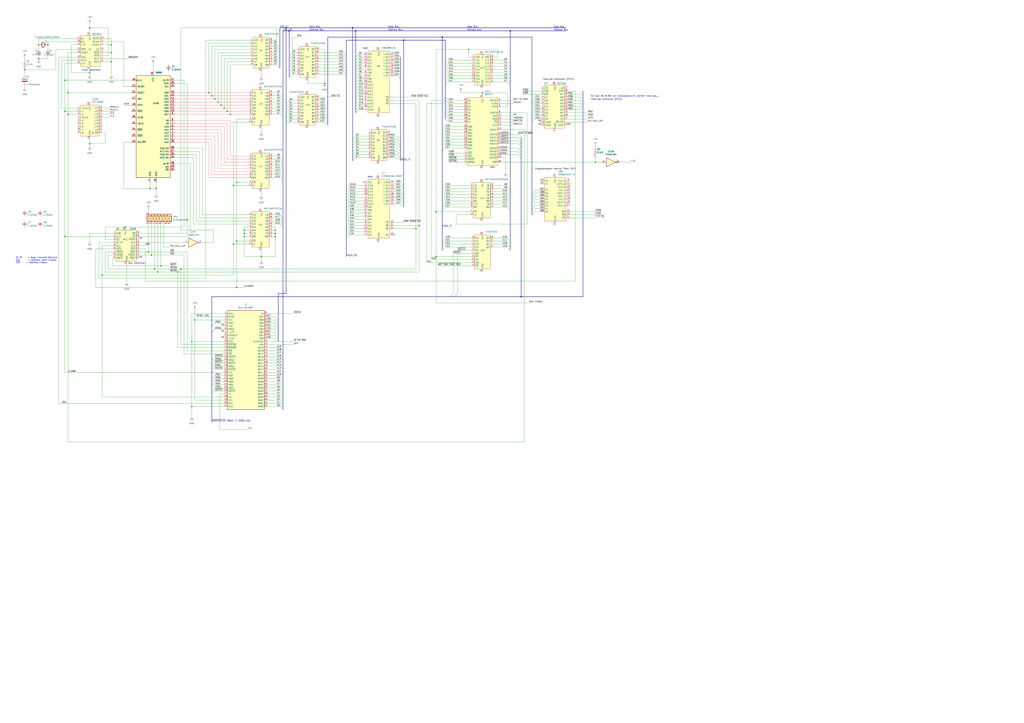
<source format=kicad_sch>
(kicad_sch (version 20250114) (generator "eeschema") (generator_version "9.0")
  (paper "A1")
  (lib_symbols
    (symbol "82C84A_1"
      (property "Reference" "U" (at 0.508 0.762 0))
      (property "Value" "82C84A" (at 7.62 -11.43 90))
      (symbol "82C84A_1_1_1"
        (pin input clock (at -2.54 -2.54 0) (length 2.54) (name "X1") (number "17"))
        (pin input clock (at -2.54 -5.08 0) (length 2.54) (name "X2") (number "16"))
        (pin input line (at -2.54 -7.62 0) (length 2.54) (name "F/~{C}") (number "13"))
        (pin input line (at -2.54 -11.43 0) (length 2.54) (name "~{RES}") (number "11"))
        (pin output line (at -2.54 -13.97 0) (length 2.54) (name "RESET") (number "10"))
        (pin output line (at -2.54 -17.78 0) (length 2.54) (name "OSC") (number "12"))
        (pin output line (at -2.54 -20.32 0) (length 2.54) (name "PCLK") (number "2"))
        (pin output line (at -2.54 -22.86 0) (length 2.54) (name "CLK") (number "8"))
        (pin power_in line (at 7.62 2.54 270) (length 2.54) (name "Vcc") (number "18"))
        (pin power_in line (at 7.62 -27.94 90) (length 2.54) (name "GND") (number "9"))
        (pin input line (at 19.05 -2.54 180) (length 2.54) (name "~{ASYNC}") (number "15"))
        (pin output line (at 19.05 -5.08 180) (length 2.54) (name "READY") (number "5"))
        (pin input line (at 19.05 -7.62 180) (length 2.54) (name "CSYNC") (number "1"))
        (pin input line (at 19.05 -11.43 180) (length 2.54) (name "EFI") (number "14"))
        (pin input line (at 19.05 -13.97 180) (length 2.54) (name "~{AEN1}") (number "3"))
        (pin input line (at 19.05 -16.51 180) (length 2.54) (name "~{AEN2}") (number "7"))
        (pin input line (at 19.05 -19.05 180) (length 2.54) (name "RDY1") (number "4"))
        (pin input line (at 19.05 -21.59 180) (length 2.54) (name "RDY2") (number "6"))
      )
    )
    (symbol "Connector:Bus_ISA_8bit"
      (property "Reference" "J" (at 0 42.545 0))
      (property "Value" "Bus_ISA_8bit" (at 0 -42.545 0))
      (symbol "Bus_ISA_8bit_1_1"
        (pin power_in line (at -17.78 38.1 0) (length 2.54) (name "GND") (number "1"))
        (pin output line (at -17.78 35.56 0) (length 2.54) (name "RESET") (number "2"))
        (pin power_in line (at -17.78 33.02 0) (length 2.54) (name "VCC") (number "3"))
        (pin passive line (at -17.78 30.48 0) (length 2.54) (name "IRQ2") (number "4"))
        (pin power_in line (at -17.78 27.94 0) (length 2.54) (name "-5V") (number "5"))
        (pin passive line (at -17.78 25.4 0) (length 2.54) (name "DRQ2") (number "6"))
        (pin power_in line (at -17.78 22.86 0) (length 2.54) (name "-12V") (number "7"))
        (pin passive line (at -17.78 20.32 0) (length 2.54) (name "UNUSED") (number "8"))
        (pin power_in line (at -17.78 17.78 0) (length 2.54) (name "+12V") (number "9"))
        (pin power_in line (at -17.78 15.24 0) (length 2.54) (name "GND") (number "10"))
        (pin output line (at -17.78 12.7 0) (length 2.54) (name "~{SMEMW}") (number "11"))
        (pin output line (at -17.78 10.16 0) (length 2.54) (name "~{SMEMR}") (number "12"))
        (pin output line (at -17.78 7.62 0) (length 2.54) (name "~{IOW}") (number "13"))
        (pin output line (at -17.78 5.08 0) (length 2.54) (name "~{IOR}") (number "14"))
        (pin passive line (at -17.78 2.54 0) (length 2.54) (name "~{DACK3}") (number "15"))
        (pin passive line (at -17.78 0 0) (length 2.54) (name "DRQ3") (number "16"))
        (pin passive line (at -17.78 -2.54 0) (length 2.54) (name "~{DACK1}") (number "17"))
        (pin passive line (at -17.78 -5.08 0) (length 2.54) (name "DRQ1") (number "18"))
        (pin passive line (at -17.78 -7.62 0) (length 2.54) (name "~{DACK0}") (number "19"))
        (pin output line (at -17.78 -10.16 0) (length 2.54) (name "CLK") (number "20"))
        (pin passive line (at -17.78 -12.7 0) (length 2.54) (name "IRQ7") (number "21"))
        (pin passive line (at -17.78 -15.24 0) (length 2.54) (name "IRQ6") (number "22"))
        (pin passive line (at -17.78 -17.78 0) (length 2.54) (name "IRQ5") (number "23"))
        (pin passive line (at -17.78 -20.32 0) (length 2.54) (name "IRQ4") (number "24"))
        (pin passive line (at -17.78 -22.86 0) (length 2.54) (name "IRQ3") (number "25"))
        (pin passive line (at -17.78 -25.4 0) (length 2.54) (name "~{DACK2}") (number "26"))
        (pin passive line (at -17.78 -27.94 0) (length 2.54) (name "TC") (number "27"))
        (pin output line (at -17.78 -30.48 0) (length 2.54) (name "ALE") (number "28"))
        (pin power_in line (at -17.78 -33.02 0) (length 2.54) (name "VCC") (number "29"))
        (pin output line (at -17.78 -35.56 0) (length 2.54) (name "OSC") (number "30"))
        (pin power_in line (at -17.78 -38.1 0) (length 2.54) (name "GND") (number "31"))
        (pin passive line (at 17.78 38.1 180) (length 2.54) (name "IO") (number "32"))
        (pin tri_state line (at 17.78 35.56 180) (length 2.54) (name "DB7") (number "33"))
        (pin tri_state line (at 17.78 33.02 180) (length 2.54) (name "DB6") (number "34"))
        (pin tri_state line (at 17.78 30.48 180) (length 2.54) (name "DB5") (number "35"))
        (pin tri_state line (at 17.78 27.94 180) (length 2.54) (name "DB4") (number "36"))
        (pin tri_state line (at 17.78 25.4 180) (length 2.54) (name "DB3") (number "37"))
        (pin tri_state line (at 17.78 22.86 180) (length 2.54) (name "DB2") (number "38"))
        (pin tri_state line (at 17.78 20.32 180) (length 2.54) (name "DB1") (number "39"))
        (pin tri_state line (at 17.78 17.78 180) (length 2.54) (name "DB0") (number "40"))
        (pin passive line (at 17.78 15.24 180) (length 2.54) (name "IO_READY") (number "41"))
        (pin output line (at 17.78 12.7 180) (length 2.54) (name "AEN") (number "42"))
        (pin tri_state line (at 17.78 10.16 180) (length 2.54) (name "BA19") (number "43"))
        (pin tri_state line (at 17.78 7.62 180) (length 2.54) (name "BA18") (number "44"))
        (pin tri_state line (at 17.78 5.08 180) (length 2.54) (name "BA17") (number "45"))
        (pin tri_state line (at 17.78 2.54 180) (length 2.54) (name "BA16") (number "46"))
        (pin tri_state line (at 17.78 0 180) (length 2.54) (name "BA15") (number "47"))
        (pin tri_state line (at 17.78 -2.54 180) (length 2.54) (name "BA14") (number "48"))
        (pin tri_state line (at 17.78 -5.08 180) (length 2.54) (name "BA13") (number "49"))
        (pin tri_state line (at 17.78 -7.62 180) (length 2.54) (name "BA12") (number "50"))
        (pin tri_state line (at 17.78 -10.16 180) (length 2.54) (name "BA11") (number "51"))
        (pin tri_state line (at 17.78 -12.7 180) (length 2.54) (name "BA10") (number "52"))
        (pin tri_state line (at 17.78 -15.24 180) (length 2.54) (name "BA09") (number "53"))
        (pin tri_state line (at 17.78 -17.78 180) (length 2.54) (name "BA08") (number "54"))
        (pin tri_state line (at 17.78 -20.32 180) (length 2.54) (name "BA07") (number "55"))
        (pin tri_state line (at 17.78 -22.86 180) (length 2.54) (name "BA06") (number "56"))
        (pin tri_state line (at 17.78 -25.4 180) (length 2.54) (name "BA05") (number "57"))
        (pin tri_state line (at 17.78 -27.94 180) (length 2.54) (name "BA04") (number "58"))
        (pin tri_state line (at 17.78 -30.48 180) (length 2.54) (name "BA03") (number "59"))
        (pin tri_state line (at 17.78 -33.02 180) (length 2.54) (name "BA02") (number "60"))
        (pin tri_state line (at 17.78 -35.56 180) (length 2.54) (name "BA01") (number "61"))
        (pin tri_state line (at 17.78 -38.1 180) (length 2.54) (name "BA00") (number "62"))
      )
    )
    (symbol "Custom:74AHCT04"
      (property "Reference" "U" (at 0 1.27 0))
      (property "Value" "74AHCT04" (at -1.016 4.826 0))
      (symbol "74AHCT04_1_0"
        (pin input line (at -7.62 0 0) (length 3.81) (name "~") (number "1"))
        (pin output inverted (at 7.62 0 180) (length 3.81) (name "~") (number "2"))
      )
      (symbol "74AHCT04_2_0"
        (pin input line (at -7.62 0 0) (length 3.81) (name "~") (number "3"))
        (pin output inverted (at 7.62 0 180) (length 3.81) (name "~") (number "4"))
      )
      (symbol "74AHCT04_3_0"
        (pin input line (at -7.62 0 0) (length 3.81) (name "~") (number "5"))
        (pin output inverted (at 7.62 0 180) (length 3.81) (name "~") (number "6"))
      )
      (symbol "74AHCT04_4_0"
        (pin input line (at -7.62 0 0) (length 3.81) (name "~") (number "9"))
        (pin output inverted (at 7.62 0 180) (length 3.81) (name "~") (number "8"))
      )
      (symbol "74AHCT04_5_0"
        (pin input line (at -7.62 0 0) (length 3.81) (name "~") (number "11"))
        (pin output inverted (at 7.62 0 180) (length 3.81) (name "~") (number "10"))
      )
      (symbol "74AHCT04_6_0"
        (pin input line (at -7.62 0 0) (length 3.81) (name "~") (number "13"))
        (pin output inverted (at 7.62 0 180) (length 3.81) (name "~") (number "12"))
      )
      (symbol "74AHCT04_7_0"
        (pin power_in line (at 0 12.7 270) (length 5.08) (name "VCC") (number "14"))
        (pin power_in line (at 0 -12.7 90) (length 5.08) (name "GND") (number "7"))
      )
    )
    (symbol "Custom:74AHCT245N"
      (property "Reference" "U" (at 0.508 0.762 0))
      (property "Value" "74AHCT245N" (at 6.604 -12.446 90))
      (symbol "74AHCT245N_1_1"
        (pin input line (at -2.54 -2.54 0) (length 2.54) (name "DIR") (number "1"))
        (pin bidirectional line (at -2.54 -5.08 0) (length 2.54) (name "A1") (number "2"))
        (pin bidirectional line (at -2.54 -7.62 0) (length 2.54) (name "A2") (number "3"))
        (pin bidirectional line (at -2.54 -10.16 0) (length 2.54) (name "A3") (number "4"))
        (pin bidirectional line (at -2.54 -12.7 0) (length 2.54) (name "A4") (number "5"))
        (pin bidirectional line (at -2.54 -15.24 0) (length 2.54) (name "A5") (number "6"))
        (pin bidirectional line (at -2.54 -17.78 0) (length 2.54) (name "A6") (number "7"))
        (pin bidirectional line (at -2.54 -20.32 0) (length 2.54) (name "A7") (number "8"))
        (pin input line (at -2.54 -22.86 0) (length 2.54) (name "A8") (number "9"))
        (pin power_in line (at 6.35 2.54 270) (length 2.54) (name "Vcc") (number "20"))
        (pin power_in line (at 6.35 -27.94 90) (length 2.54) (name "GND") (number "10"))
        (pin input line (at 15.24 -2.54 180) (length 2.54) (name "~{OE}") (number "19"))
        (pin bidirectional line (at 15.24 -5.08 180) (length 2.54) (name "B1") (number "18"))
        (pin bidirectional line (at 15.24 -7.62 180) (length 2.54) (name "B2") (number "17"))
        (pin bidirectional line (at 15.24 -10.16 180) (length 2.54) (name "B3") (number "16"))
        (pin bidirectional line (at 15.24 -12.7 180) (length 2.54) (name "B4") (number "15"))
        (pin bidirectional line (at 15.24 -15.24 180) (length 2.54) (name "B5") (number "14"))
        (pin bidirectional line (at 15.24 -17.78 180) (length 2.54) (name "B6") (number "13"))
        (pin bidirectional line (at 15.24 -20.32 180) (length 2.54) (name "B7") (number "12"))
        (pin bidirectional line (at 15.24 -22.86 180) (length 2.54) (name "B8") (number "11"))
      )
    )
    (symbol "Custom:74HCT670"
      (property "Reference" "U" (at 0.508 0.762 0))
      (property "Value" "74HCT670" (at 6.604 -13.97 90))
      (symbol "74HCT670_1_1"
        (pin input line (at -2.54 -2.54 0) (length 2.54) (name "D0") (number "15"))
        (pin input line (at -2.54 -5.08 0) (length 2.54) (name "D1") (number "1"))
        (pin input line (at -2.54 -7.62 0) (length 2.54) (name "D2") (number "2"))
        (pin input line (at -2.54 -10.16 0) (length 2.54) (name "D3") (number "3"))
        (pin input line (at -2.54 -12.7 0) (length 2.54) (name "RA") (number "5"))
        (pin input line (at -2.54 -15.24 0) (length 2.54) (name "RB") (number "4"))
        (pin input line (at -2.54 -17.78 0) (length 2.54) (name "~{RE}") (number "11"))
        (pin input line (at -2.54 -20.32 0) (length 2.54) (name "WA") (number "14"))
        (pin input line (at -2.54 -22.86 0) (length 2.54) (name "WB") (number "13"))
        (pin input line (at -2.54 -25.4 0) (length 2.54) (name "~{WE}") (number "12"))
        (pin power_in line (at 6.35 2.54 270) (length 2.54) (name "Vcc") (number "16"))
        (pin power_in line (at 6.35 -30.48 90) (length 2.54) (name "GND") (number "8"))
        (pin tri_state line (at 15.24 -2.54 180) (length 2.54) (name "Q0") (number "10"))
        (pin tri_state line (at 15.24 -5.08 180) (length 2.54) (name "Q1") (number "9"))
        (pin tri_state line (at 15.24 -7.62 180) (length 2.54) (name "Q2") (number "7"))
        (pin tri_state line (at 15.24 -10.16 180) (length 2.54) (name "Q3") (number "6"))
      )
    )
    (symbol "Custom:8237A"
      (property "Reference" "U" (at 0.508 1.016 0))
      (property "Value" "8237A" (at 12.7 -22.606 90))
      (symbol "8237A_1_1"
        (pin bidirectional line (at -2.54 -2.54 0) (length 2.54) (name "A0") (number "32"))
        (pin bidirectional line (at -2.54 -5.08 0) (length 2.54) (name "A1") (number "33"))
        (pin bidirectional line (at -2.54 -7.62 0) (length 2.54) (name "A2") (number "34"))
        (pin bidirectional line (at -2.54 -10.16 0) (length 2.54) (name "A3") (number "35"))
        (pin output line (at -2.54 -12.7 0) (length 2.54) (name "A4") (number "37"))
        (pin output line (at -2.54 -15.24 0) (length 2.54) (name "A5") (number "38"))
        (pin output line (at -2.54 -17.78 0) (length 2.54) (name "A6") (number "39"))
        (pin output line (at -2.54 -20.32 0) (length 2.54) (name "A7") (number "40"))
        (pin input line (at -2.54 -24.13 0) (length 2.54) (name "DB0") (number "30"))
        (pin input line (at -2.54 -26.67 0) (length 2.54) (name "DB1") (number "29"))
        (pin input line (at -2.54 -29.21 0) (length 2.54) (name "DB2") (number "28"))
        (pin input line (at -2.54 -31.75 0) (length 2.54) (name "DB3") (number "27"))
        (pin input line (at -2.54 -34.29 0) (length 2.54) (name "DB4") (number "26"))
        (pin input line (at -2.54 -36.83 0) (length 2.54) (name "DB5") (number "23"))
        (pin input line (at -2.54 -39.37 0) (length 2.54) (name "DB6") (number "22"))
        (pin input line (at -2.54 -41.91 0) (length 2.54) (name "DB7") (number "21"))
        (pin bidirectional line (at -2.54 -45.72 0) (length 2.54) (name "~{IOR}") (number "1"))
        (pin bidirectional line (at -2.54 -48.26 0) (length 2.54) (name "~{IOW}") (number "2"))
        (pin output line (at -2.54 -50.8 0) (length 2.54) (name "~{MEMR}") (number "3"))
        (pin output line (at -2.54 -53.34 0) (length 2.54) (name "~{MEMW}") (number "4"))
        (pin power_in line (at 12.7 2.54 270) (length 2.54) (name "VCC") (number "31"))
        (pin power_in line (at 12.7 -58.42 90) (length 2.54) (name "VSS") (number "20"))
        (pin input line (at 27.94 -2.54 180) (length 2.54) (name "READY") (number "6"))
        (pin input line (at 27.94 -5.08 180) (length 2.54) (name "HLDA") (number "7"))
        (pin input line (at 27.94 -7.62 180) (length 2.54) (name "PIN5") (number "5"))
        (pin output line (at 27.94 -12.7 180) (length 2.54) (name "ADSTB") (number "8"))
        (pin output line (at 27.94 -15.24 180) (length 2.54) (name "AEN") (number "9"))
        (pin output line (at 27.94 -17.78 180) (length 2.54) (name "HRQ") (number "10"))
        (pin input line (at 27.94 -20.32 180) (length 2.54) (name "~{CS}") (number "11"))
        (pin input line (at 27.94 -22.86 180) (length 2.54) (name "CLK") (number "12"))
        (pin input line (at 27.94 -26.67 180) (length 2.54) (name "RESET") (number "13"))
        (pin output line (at 27.94 -30.48 180) (length 2.54) (name "DACK0") (number "25"))
        (pin output line (at 27.94 -33.02 180) (length 2.54) (name "DACK1") (number "24"))
        (pin output line (at 27.94 -35.56 180) (length 2.54) (name "DACK2") (number "14"))
        (pin output line (at 27.94 -38.1 180) (length 2.54) (name "DACK3") (number "15"))
        (pin input line (at 27.94 -41.91 180) (length 2.54) (name "DREQ3") (number "16"))
        (pin input line (at 27.94 -44.45 180) (length 2.54) (name "DREQ2") (number "17"))
        (pin input line (at 27.94 -46.99 180) (length 2.54) (name "DREQ1") (number "18"))
        (pin input line (at 27.94 -49.53 180) (length 2.54) (name "DREQ0") (number "19"))
        (pin bidirectional line (at 27.94 -53.34 180) (length 2.54) (name "~{EOP}") (number "36"))
      )
    )
    (symbol "Custom:82C59A"
      (property "Reference" "U" (at 0.508 1.016 0))
      (property "Value" "82C59A" (at 8.636 -16.256 90))
      (symbol "82C59A_1_1"
        (pin input line (at -2.54 -2.54 0) (length 2.54) (name "~{CS}") (number "1"))
        (pin input line (at -2.54 -5.08 0) (length 2.54) (name "~{WR}") (number "2"))
        (pin input line (at -2.54 -7.62 0) (length 2.54) (name "~{RD}") (number "3"))
        (pin input line (at -2.54 -10.16 0) (length 2.54) (name "D7") (number "4"))
        (pin input line (at -2.54 -12.7 0) (length 2.54) (name "D6") (number "5"))
        (pin input line (at -2.54 -15.24 0) (length 2.54) (name "D5") (number "6"))
        (pin input line (at -2.54 -17.78 0) (length 2.54) (name "D4") (number "7"))
        (pin input line (at -2.54 -20.32 0) (length 2.54) (name "D3") (number "8"))
        (pin input line (at -2.54 -22.86 0) (length 2.54) (name "D2") (number "9"))
        (pin input line (at -2.54 -25.4 0) (length 2.54) (name "D1") (number "10"))
        (pin input line (at -2.54 -27.94 0) (length 2.54) (name "D0") (number "11"))
        (pin input line (at -2.54 -30.48 0) (length 2.54) (name "CAS0") (number "12"))
        (pin input line (at -2.54 -33.02 0) (length 2.54) (name "CAS1") (number "13"))
        (pin power_in line (at 8.89 2.54 270) (length 2.54) (name "VCC") (number "28"))
        (pin power_in line (at 8.89 -38.1 90) (length 2.54) (name "GND") (number "14"))
        (pin input line (at 19.05 -2.54 180) (length 2.54) (name "A0") (number "27"))
        (pin input line (at 19.05 -5.08 180) (length 2.54) (name "~{INTA}") (number "26"))
        (pin input line (at 19.05 -7.62 180) (length 2.54) (name "IR7") (number "25"))
        (pin input line (at 19.05 -10.16 180) (length 2.54) (name "IR6") (number "24"))
        (pin input line (at 19.05 -12.7 180) (length 2.54) (name "IR5") (number "23"))
        (pin input line (at 19.05 -15.24 180) (length 2.54) (name "IR4") (number "22"))
        (pin input line (at 19.05 -17.78 180) (length 2.54) (name "IR3") (number "21"))
        (pin input line (at 19.05 -20.32 180) (length 2.54) (name "IR2") (number "20"))
        (pin input line (at 19.05 -22.86 180) (length 2.54) (name "IR1") (number "19"))
        (pin input line (at 19.05 -25.4 180) (length 2.54) (name "IR0") (number "18"))
        (pin input line (at 19.05 -27.94 180) (length 2.54) (name "INT") (number "17"))
        (pin input line (at 19.05 -30.48 180) (length 2.54) (name "~{SP}/~{EN}") (number ""))
        (pin input line (at 19.05 -33.02 180) (length 2.54) (name "CAS2") (number "15"))
      )
    )
    (symbol "Custom:82C88"
      (property "Reference" "U" (at 0.508 0.762 0))
      (property "Value" "8288" (at 8.382 -12.192 90))
      (symbol "82C88_1_1"
        (pin input line (at -2.54 -2.54 0) (length 2.54) (name "IOB") (number "1"))
        (pin input line (at -2.54 -5.08 0) (length 2.54) (name "CLK") (number "2"))
        (pin input line (at -2.54 -7.62 0) (length 2.54) (name "~{S1}") (number "3"))
        (pin output line (at -2.54 -10.16 0) (length 2.54) (name "DT/~{R}") (number "4"))
        (pin output line (at -2.54 -12.7 0) (length 2.54) (name "ALE") (number "5"))
        (pin input line (at -2.54 -15.24 0) (length 2.54) (name "~{AEN}") (number "6"))
        (pin output line (at -2.54 -17.78 0) (length 2.54) (name "~{MRDC}") (number "7"))
        (pin output line (at -2.54 -20.32 0) (length 2.54) (name "~{AMWC}") (number "8"))
        (pin output line (at -2.54 -22.86 0) (length 2.54) (name "~{MWTC}") (number "9"))
        (pin power_in line (at 7.62 2.54 270) (length 2.54) (name "Vcc") (number "20"))
        (pin power_in line (at 8.89 -27.94 90) (length 2.54) (name "GND") (number "10"))
        (pin input line (at 19.05 -2.54 180) (length 2.54) (name "~{S0}") (number "19"))
        (pin input line (at 19.05 -5.08 180) (length 2.54) (name "~{S2}") (number "18"))
        (pin output line (at 19.05 -7.62 180) (length 2.54) (name "MCE/~{PDEN}") (number "17"))
        (pin output line (at 19.05 -10.16 180) (length 2.54) (name "DEN") (number "16"))
        (pin input line (at 19.05 -12.7 180) (length 2.54) (name "CEN") (number "15"))
        (pin output line (at 19.05 -15.24 180) (length 2.54) (name "~{INTA}") (number "14"))
        (pin output line (at 19.05 -17.78 180) (length 2.54) (name "~{IORC}") (number "13"))
        (pin output line (at 19.05 -20.32 180) (length 2.54) (name "~{AIOWC}") (number "12"))
        (pin output line (at 19.05 -22.86 180) (length 2.54) (name "~{IOWC}") (number "11"))
      )
    )
    (symbol "Custom:AT29C010A-90PC"
      (property "Reference" "U" (at 0.508 1.27 0))
      (property "Value" "AT29C010A-90PC" (at 8.636 -22.098 90))
      (symbol "AT29C010A-90PC_1_1"
        (pin no_connect line (at -3.81 -2.54 0) (length 3.81) (name "NC") (number "1"))
        (pin input line (at -3.81 -5.08 0) (length 3.81) (name "A16") (number "2"))
        (pin input line (at -3.81 -7.62 0) (length 3.81) (name "A15") (number "3"))
        (pin input line (at -3.81 -10.16 0) (length 3.81) (name "A14") (number "29"))
        (pin input line (at -3.81 -12.7 0) (length 3.81) (name "A13") (number "28"))
        (pin input line (at -3.81 -15.24 0) (length 3.81) (name "A12") (number "4"))
        (pin input line (at -3.81 -17.78 0) (length 3.81) (name "A11") (number "25"))
        (pin input line (at -3.81 -20.32 0) (length 3.81) (name "A10") (number "23"))
        (pin input line (at -3.81 -22.86 0) (length 3.81) (name "A9") (number "26"))
        (pin input line (at -3.81 -25.4 0) (length 3.81) (name "A8") (number "27"))
        (pin input line (at -3.81 -27.94 0) (length 3.81) (name "A7") (number "5"))
        (pin input line (at -3.81 -30.48 0) (length 3.81) (name "A6") (number "6"))
        (pin input line (at -3.81 -33.02 0) (length 3.81) (name "A5") (number "7"))
        (pin input line (at -3.81 -35.56 0) (length 3.81) (name "A4") (number "8"))
        (pin input line (at -3.81 -38.1 0) (length 3.81) (name "A3") (number "9"))
        (pin input line (at -3.81 -40.64 0) (length 3.81) (name "A2") (number "10"))
        (pin input line (at -3.81 -43.18 0) (length 3.81) (name "A1") (number "11"))
        (pin input line (at -3.81 -45.72 0) (length 3.81) (name "A0") (number "12"))
        (pin power_in line (at 8.89 3.81 270) (length 3.81) (name "VCC") (number "32"))
        (pin power_in line (at 8.89 -52.07 90) (length 3.81) (name "GND") (number "16"))
        (pin bidirectional line (at 21.59 -2.54 180) (length 3.81) (name "I/O0") (number "13"))
        (pin bidirectional line (at 21.59 -5.08 180) (length 3.81) (name "I/O1") (number "14"))
        (pin bidirectional line (at 21.59 -7.62 180) (length 3.81) (name "I/O2") (number "15"))
        (pin bidirectional line (at 21.59 -10.16 180) (length 3.81) (name "I/O3") (number "17"))
        (pin bidirectional line (at 21.59 -12.7 180) (length 3.81) (name "I/O4") (number "18"))
        (pin bidirectional line (at 21.59 -15.24 180) (length 3.81) (name "I/O5") (number "19"))
        (pin bidirectional line (at 21.59 -17.78 180) (length 3.81) (name "I/O6") (number "20"))
        (pin bidirectional line (at 21.59 -20.32 180) (length 3.81) (name "I/O7") (number "21"))
        (pin input line (at 21.59 -35.56 180) (length 3.81) (name "~{CE}") (number "22"))
        (pin input line (at 21.59 -38.1 180) (length 3.81) (name "~{OE}") (number "24"))
        (pin input line (at 21.59 -40.64 180) (length 3.81) (name "~{WE}") (number "31"))
        (pin no_connect line (at 21.59 -45.72 180) (length 3.81) (name "NC") (number "30"))
      )
    )
    (symbol "Custom:ATF16V8C"
      (property "Reference" "U" (at 0.508 0.762 0))
      (property "Value" "ATF16V8C" (at 14.732 1.27 0))
      (symbol "ATF16V8C_1_1"
        (pin input line (at -2.54 -2.54 0) (length 2.54) (name "I/CLK") (number "1"))
        (pin input line (at -2.54 -5.08 0) (length 2.54) (name "I1") (number "2"))
        (pin input line (at -2.54 -7.62 0) (length 2.54) (name "I2") (number "3"))
        (pin input line (at -2.54 -10.16 0) (length 2.54) (name "PD/I3") (number "4"))
        (pin input line (at -2.54 -12.7 0) (length 2.54) (name "I4") (number "5"))
        (pin input line (at -2.54 -15.24 0) (length 2.54) (name "I5") (number "6"))
        (pin input line (at -2.54 -17.78 0) (length 2.54) (name "I6") (number "7"))
        (pin input line (at -2.54 -20.32 0) (length 2.54) (name "I7") (number "8"))
        (pin input line (at -2.54 -22.86 0) (length 2.54) (name "I8") (number "9"))
        (pin power_in line (at 7.62 2.54 270) (length 2.54) (name "VCC") (number "20"))
        (pin power_in line (at 7.62 -27.94 90) (length 2.54) (name "GND") (number "10"))
        (pin bidirectional line (at 17.78 -2.54 180) (length 2.54) (name "I/O") (number "19"))
        (pin bidirectional line (at 17.78 -5.08 180) (length 2.54) (name "I/O") (number "18"))
        (pin bidirectional line (at 17.78 -7.62 180) (length 2.54) (name "I/O") (number "17"))
        (pin bidirectional line (at 17.78 -10.16 180) (length 2.54) (name "I/O") (number "16"))
        (pin bidirectional line (at 17.78 -12.7 180) (length 2.54) (name "I/O") (number "15"))
        (pin bidirectional line (at 17.78 -15.24 180) (length 2.54) (name "I/O") (number "14"))
        (pin bidirectional line (at 17.78 -17.78 180) (length 2.54) (name "I/O") (number "13"))
        (pin bidirectional line (at 17.78 -20.32 180) (length 2.54) (name "I/O") (number "12"))
        (pin bidirectional line (at 17.78 -22.86 180) (length 2.54) (name "I9/~{OE}") (number "11"))
      )
    )
    (symbol "Custom:ATF22V10"
      (property "Reference" "U" (at 0.254 0.762 0))
      (property "Value" "ATF22V10" (at 8.128 -18.034 90))
      (symbol "ATF22V10_1_1"
        (pin input line (at -2.54 -2.54 0) (length 2.54) (name "CLK/IN") (number "1"))
        (pin input line (at -2.54 -5.08 0) (length 2.54) (name "IN") (number "2"))
        (pin input line (at -2.54 -7.62 0) (length 2.54) (name "IN") (number "3"))
        (pin input line (at -2.54 -10.16 0) (length 2.54) (name "IN/PD") (number "4"))
        (pin input line (at -2.54 -12.7 0) (length 2.54) (name "IN") (number "5"))
        (pin input line (at -2.54 -15.24 0) (length 2.54) (name "IN") (number "6"))
        (pin input line (at -2.54 -17.78 0) (length 2.54) (name "IN") (number "7"))
        (pin input line (at -2.54 -20.32 0) (length 2.54) (name "IN") (number "8"))
        (pin input line (at -2.54 -22.86 0) (length 2.54) (name "IN") (number "9"))
        (pin input line (at -2.54 -25.4 0) (length 2.54) (name "IN") (number "10"))
        (pin input line (at -2.54 -27.94 0) (length 2.54) (name "IN") (number "11"))
        (pin power_in line (at 7.62 2.54 270) (length 2.54) (name "Vcc") (number "24"))
        (pin power_in line (at 7.62 -33.02 90) (length 2.54) (name "GND") (number "12"))
        (pin bidirectional line (at 17.78 -2.54 180) (length 2.54) (name "IO") (number "23"))
        (pin bidirectional line (at 17.78 -5.08 180) (length 2.54) (name "IO") (number "22"))
        (pin bidirectional line (at 17.78 -7.62 180) (length 2.54) (name "IO") (number "21"))
        (pin bidirectional line (at 17.78 -10.16 180) (length 2.54) (name "IO") (number "20"))
        (pin bidirectional line (at 17.78 -12.7 180) (length 2.54) (name "IO") (number "19"))
        (pin bidirectional line (at 17.78 -15.24 180) (length 2.54) (name "IO") (number "18"))
        (pin bidirectional line (at 17.78 -17.78 180) (length 2.54) (name "IO") (number "17"))
        (pin bidirectional line (at 17.78 -20.32 180) (length 2.54) (name "IO") (number "16"))
        (pin bidirectional line (at 17.78 -22.86 180) (length 2.54) (name "IO") (number "15"))
        (pin bidirectional line (at 17.78 -25.4 180) (length 2.54) (name "IO") (number "14"))
        (pin input line (at 17.78 -27.94 180) (length 2.54) (name "IN") (number "13"))
      )
    )
    (symbol "Custom:HM628512C"
      (property "Reference" "U" (at 0.508 1.016 0))
      (property "Value" "HM628512C" (at 8.89 -25.146 90))
      (symbol "HM628512C_1_1"
        (pin input line (at -3.81 -2.54 0) (length 3.81) (name "A0") (number "12"))
        (pin input line (at -3.81 -5.08 0) (length 3.81) (name "A1") (number "11"))
        (pin input line (at -3.81 -7.62 0) (length 3.81) (name "A2") (number "10"))
        (pin input line (at -3.81 -10.16 0) (length 3.81) (name "A3") (number "9"))
        (pin input line (at -3.81 -12.7 0) (length 3.81) (name "A4") (number "8"))
        (pin input line (at -3.81 -15.24 0) (length 3.81) (name "A5") (number "7"))
        (pin input line (at -3.81 -17.78 0) (length 3.81) (name "A6") (number "6"))
        (pin input line (at -3.81 -20.32 0) (length 3.81) (name "A7") (number "5"))
        (pin input line (at -3.81 -22.86 0) (length 3.81) (name "A8") (number "27"))
        (pin input line (at -3.81 -25.4 0) (length 3.81) (name "A9") (number "26"))
        (pin input line (at -3.81 -27.94 0) (length 3.81) (name "A10") (number "23"))
        (pin input line (at -3.81 -30.48 0) (length 3.81) (name "A11") (number "25"))
        (pin input line (at -3.81 -33.02 0) (length 3.81) (name "A12") (number "4"))
        (pin input line (at -3.81 -35.56 0) (length 3.81) (name "A13") (number "28"))
        (pin input line (at -3.81 -38.1 0) (length 3.81) (name "A14") (number "3"))
        (pin input line (at -3.81 -40.64 0) (length 3.81) (name "A15") (number "31"))
        (pin input line (at -3.81 -43.18 0) (length 3.81) (name "A16") (number "2"))
        (pin input line (at -3.81 -45.72 0) (length 3.81) (name "A17") (number "30"))
        (pin input line (at -3.81 -48.26 0) (length 3.81) (name "A18") (number "1"))
        (pin power_in line (at 8.89 3.81 270) (length 3.81) (name "VCC") (number "32"))
        (pin power_in line (at 8.89 -54.61 90) (length 3.81) (name "GND") (number "16"))
        (pin bidirectional line (at 21.59 -2.54 180) (length 3.81) (name "I/O0") (number "13"))
        (pin bidirectional line (at 21.59 -5.08 180) (length 3.81) (name "I/O1") (number "14"))
        (pin bidirectional line (at 21.59 -7.62 180) (length 3.81) (name "I/O2") (number "15"))
        (pin bidirectional line (at 21.59 -10.16 180) (length 3.81) (name "I/O3") (number "17"))
        (pin bidirectional line (at 21.59 -12.7 180) (length 3.81) (name "I/O4") (number "18"))
        (pin bidirectional line (at 21.59 -15.24 180) (length 3.81) (name "I/O5") (number "19"))
        (pin bidirectional line (at 21.59 -17.78 180) (length 3.81) (name "I/O6") (number "20"))
        (pin bidirectional line (at 21.59 -20.32 180) (length 3.81) (name "I/O7") (number "21"))
        (pin bidirectional line (at 21.59 -38.1 180) (length 3.81) (name "~{CS}") (number ""))
        (pin bidirectional line (at 21.59 -40.64 180) (length 3.81) (name "~{OE}") (number ""))
        (pin bidirectional line (at 21.59 -43.18 180) (length 3.81) (name "~{WE}") (number ""))
      )
    )
    (symbol "Custom:SN74AHCT244N"
      (property "Reference" "U" (at 0.508 0.762 0))
      (property "Value" "SN72AHCT244N" (at 6.35 -11.684 90))
      (symbol "SN74AHCT244N_1_1"
        (pin input line (at -2.54 -2.54 0) (length 2.54) (name "1~{OE}") (number "1"))
        (pin input line (at -2.54 -5.08 0) (length 2.54) (name "1A1") (number "2"))
        (pin input line (at -2.54 -7.62 0) (length 2.54) (name "1A2") (number "4"))
        (pin input line (at -2.54 -10.16 0) (length 2.54) (name "1A3") (number "6"))
        (pin input line (at -2.54 -12.7 0) (length 2.54) (name "1A4") (number "8"))
        (pin input line (at -2.54 -15.24 0) (length 2.54) (name "2A1") (number "11"))
        (pin input line (at -2.54 -17.78 0) (length 2.54) (name "2A2") (number "13"))
        (pin input line (at -2.54 -20.32 0) (length 2.54) (name "2A3") (number "15"))
        (pin input line (at -2.54 -22.86 0) (length 2.54) (name "2A4") (number "17"))
        (pin power_in line (at 6.35 2.54 270) (length 2.54) (name "Vcc") (number "20"))
        (pin power_in line (at 6.35 -27.94 90) (length 2.54) (name "GND") (number "10"))
        (pin input line (at 15.24 -2.54 180) (length 2.54) (name "2~{OE}") (number "19"))
        (pin output line (at 15.24 -5.08 180) (length 2.54) (name "1Y1") (number "18"))
        (pin output line (at 15.24 -7.62 180) (length 2.54) (name "1Y2") (number "16"))
        (pin output line (at 15.24 -10.16 180) (length 2.54) (name "1Y3") (number "14"))
        (pin output line (at 15.24 -12.7 180) (length 2.54) (name "1Y4") (number "12"))
        (pin output line (at 15.24 -15.24 180) (length 2.54) (name "2Y1") (number "9"))
        (pin output line (at 15.24 -17.78 180) (length 2.54) (name "2Y2") (number "7"))
        (pin output line (at 15.24 -20.32 180) (length 2.54) (name "2Y3") (number "5"))
        (pin output line (at 15.24 -22.86 180) (length 2.54) (name "2Y4") (number "3"))
      )
    )
    (symbol "Custom:TMP82C54P-2"
      (property "Reference" "U" (at 0.508 1.016 0))
      (property "Value" "TMP82C54P-2" (at 9.144 -15.494 90))
      (symbol "TMP82C54P-2_1_1"
        (pin input line (at -3.81 -2.54 0) (length 3.81) (name "A0") (number "19"))
        (pin input line (at -3.81 -5.08 0) (length 3.81) (name "A1") (number "20"))
        (pin bidirectional line (at -3.81 -10.16 0) (length 3.81) (name "D7") (number "1"))
        (pin bidirectional line (at -3.81 -12.7 0) (length 3.81) (name "D6") (number "2"))
        (pin bidirectional line (at -3.81 -15.24 0) (length 3.81) (name "D5") (number "3"))
        (pin bidirectional line (at -3.81 -17.78 0) (length 3.81) (name "D4") (number "4"))
        (pin bidirectional line (at -3.81 -20.32 0) (length 3.81) (name "D3") (number "5"))
        (pin bidirectional line (at -3.81 -22.86 0) (length 3.81) (name "D2") (number "4"))
        (pin bidirectional line (at -3.81 -25.4 0) (length 3.81) (name "D1") (number "7"))
        (pin bidirectional line (at -3.81 -27.94 0) (length 3.81) (name "D0") (number "8"))
        (pin power_in line (at 8.89 3.81 270) (length 3.81) (name "VCC") (number "24"))
        (pin power_in line (at 8.89 -39.37 90) (length 3.81) (name "GND") (number "12"))
        (pin input line (at 21.59 -2.54 180) (length 3.81) (name "CLK_0") (number "9"))
        (pin input line (at 21.59 -5.08 180) (length 3.81) (name "GATE_0") (number "11"))
        (pin output line (at 21.59 -7.62 180) (length 3.81) (name "OUT_0") (number "10"))
        (pin input line (at 21.59 -10.16 180) (length 3.81) (name "CLK_1") (number "15"))
        (pin input line (at 21.59 -12.7 180) (length 3.81) (name "GATE_1") (number "14"))
        (pin output line (at 21.59 -15.24 180) (length 3.81) (name "OUT_1") (number "13"))
        (pin input line (at 21.59 -17.78 180) (length 3.81) (name "CLK_2") (number "18"))
        (pin input line (at 21.59 -20.32 180) (length 3.81) (name "GATE_2") (number "16"))
        (pin output line (at 21.59 -22.86 180) (length 3.81) (name "OUT_2") (number "17"))
        (pin input line (at 21.59 -27.94 180) (length 3.81) (name "~{WR}") (number "23"))
        (pin input line (at 21.59 -30.48 180) (length 3.81) (name "~{RD}") (number "22"))
        (pin input line (at 21.59 -33.02 180) (length 3.81) (name "~{CS}") (number "21"))
      )
    )
    (symbol "Device:C_Polarized" (pin_numbers (hide yes)) (pin_names (offset 0.254))
      (property "Reference" "C" (at 0.635 2.54 0))
      (property "Value" "C_Polarized" (at 0.635 -2.54 0))
      (symbol "C_Polarized_1_1"
        (pin passive line (at 0 3.81 270) (length 2.794) (name "~") (number "1"))
        (pin passive line (at 0 -3.81 90) (length 2.794) (name "~") (number "2"))
      )
    )
    (symbol "Device:C_Small" (pin_numbers (hide yes)) (pin_names (offset 0.254) (hide yes))
      (property "Reference" "C" (at 0.254 1.778 0))
      (property "Value" "C_Small" (at 0.254 -2.032 0))
      (symbol "C_Small_1_1"
        (pin passive line (at 0 2.54 270) (length 2.032) (name "~") (number "1"))
        (pin passive line (at 0 -2.54 90) (length 2.032) (name "~") (number "2"))
      )
    )
    (symbol "Device:Crystal_GND24_Small" (pin_names (offset 1.016) (hide yes))
      (property "Reference" "Y" (at 1.27 4.445 0))
      (property "Value" "Crystal_GND24_Small" (at 1.27 2.54 0))
      (symbol "Crystal_GND24_Small_1_1"
        (pin passive line (at -2.54 0 0) (length 1.27) (name "1") (number "1"))
        (pin passive line (at 0 2.54 270) (length 0.635) (name "4") (number "4"))
        (pin passive line (at 0 -2.54 90) (length 0.635) (name "2") (number "2"))
        (pin passive line (at 2.54 0 180) (length 1.27) (name "3") (number "3"))
      )
    )
    (symbol "Device:R_Network08" (pin_names (offset 0) (hide yes))
      (property "Reference" "RN" (at -12.7 0 90))
      (property "Value" "R_Network08" (at 10.16 0 90))
      (symbol "R_Network08_1_1"
        (pin passive line (at -10.16 5.08 270) (length 2.54) (name "common") (number "1"))
        (pin passive line (at -10.16 -5.08 90) (length 1.27) (name "R1") (number "2"))
        (pin passive line (at -7.62 -5.08 90) (length 1.27) (name "R2") (number "3"))
        (pin passive line (at -5.08 -5.08 90) (length 1.27) (name "R3") (number "4"))
        (pin passive line (at -2.54 -5.08 90) (length 1.27) (name "R4") (number "5"))
        (pin passive line (at 0 -5.08 90) (length 1.27) (name "R5") (number "6"))
        (pin passive line (at 2.54 -5.08 90) (length 1.27) (name "R6") (number "7"))
        (pin passive line (at 5.08 -5.08 90) (length 1.27) (name "R7") (number "8"))
        (pin passive line (at 7.62 -5.08 90) (length 1.27) (name "R8") (number "9"))
      )
    )
    (symbol "Device:R_US" (pin_numbers (hide yes)) (pin_names (offset 0))
      (property "Reference" "R" (at 2.54 0 90))
      (property "Value" "R_US" (at -2.54 0 90))
      (symbol "R_US_1_1"
        (pin passive line (at 0 3.81 270) (length 1.27) (name "~") (number "1"))
        (pin passive line (at 0 -3.81 90) (length 1.27) (name "~") (number "2"))
      )
    )
    (symbol "MCU_Intel:8088" (pin_names (offset 1.016))
      (property "Reference" "U" (at -12.7 43.18 0))
      (property "Value" "8088" (at 10.16 43.18 0))
      (symbol "8088_1_1"
        (pin input clock (at -17.78 38.1 0) (length 3.81) (name "CLK") (number "19"))
        (pin input line (at -17.78 33.02 0) (length 3.81) (name "READY") (number "22"))
        (pin input line (at -17.78 27.94 0) (length 3.81) (name "RESET") (number "21"))
        (pin input line (at -17.78 22.86 0) (length 3.81) (name "NMI") (number "17"))
        (pin input line (at -17.78 17.78 0) (length 3.81) (name "INTR") (number "18"))
        (pin output line (at -17.78 12.7 0) (length 3.81) (name "~{INTA}") (number "24"))
        (pin output line (at -17.78 7.62 0) (length 3.81) (name "HLDA") (number "30"))
        (pin input line (at -17.78 2.54 0) (length 3.81) (name "HOLD") (number "31"))
        (pin output line (at -17.78 -2.54 0) (length 3.81) (name "~{SSO}") (number "34"))
        (pin input line (at -17.78 -7.62 0) (length 3.81) (name "~{TEST}") (number "23"))
        (pin input line (at -17.78 -12.7 0) (length 3.81) (name "MN/~{MX}") (number "33"))
        (pin power_in line (at -2.54 -45.72 90) (length 3.81) (name "GND") (number "1"))
        (pin power_in line (at 0 45.72 270) (length 3.81) (name "VCC") (number "40"))
        (pin power_in line (at 2.54 -45.72 90) (length 3.81) (name "GND") (number "20"))
        (pin output line (at 17.78 38.1 180) (length 3.81) (name "DT/~{R}") (number "27"))
        (pin output line (at 17.78 35.56 180) (length 3.81) (name "DEN") (number "26"))
        (pin output line (at 17.78 33.02 180) (length 3.81) (name "ALE") (number "25"))
        (pin bidirectional line (at 17.78 27.94 180) (length 3.81) (name "AD0") (number "16"))
        (pin bidirectional line (at 17.78 25.4 180) (length 3.81) (name "AD1") (number "15"))
        (pin bidirectional line (at 17.78 22.86 180) (length 3.81) (name "AD2") (number "14"))
        (pin bidirectional line (at 17.78 20.32 180) (length 3.81) (name "AD3") (number "13"))
        (pin bidirectional line (at 17.78 17.78 180) (length 3.81) (name "AD4") (number "12"))
        (pin bidirectional line (at 17.78 15.24 180) (length 3.81) (name "AD5") (number "11"))
        (pin bidirectional line (at 17.78 12.7 180) (length 3.81) (name "AD6") (number "10"))
        (pin bidirectional line (at 17.78 10.16 180) (length 3.81) (name "AD7") (number "9"))
        (pin output line (at 17.78 5.08 180) (length 3.81) (name "A8") (number "8"))
        (pin output line (at 17.78 2.54 180) (length 3.81) (name "A9") (number "7"))
        (pin output line (at 17.78 0 180) (length 3.81) (name "A10") (number "6"))
        (pin output line (at 17.78 -2.54 180) (length 3.81) (name "A11") (number "5"))
        (pin output line (at 17.78 -5.08 180) (length 3.81) (name "A12") (number "4"))
        (pin output line (at 17.78 -7.62 180) (length 3.81) (name "A13") (number "3"))
        (pin output line (at 17.78 -10.16 180) (length 3.81) (name "A14") (number "2"))
        (pin output line (at 17.78 -12.7 180) (length 3.81) (name "A15") (number "39"))
        (pin output line (at 17.78 -17.78 180) (length 3.81) (name "A16/S3") (number "38"))
        (pin output line (at 17.78 -20.32 180) (length 3.81) (name "A17/S4") (number "37"))
        (pin output line (at 17.78 -22.86 180) (length 3.81) (name "A18/S5") (number "36"))
        (pin output line (at 17.78 -25.4 180) (length 3.81) (name "A19/S6") (number "35"))
        (pin output line (at 17.78 -30.48 180) (length 3.81) (name "IO/~{M}") (number "28"))
        (pin output line (at 17.78 -33.02 180) (length 3.81) (name "WR") (number "29"))
        (pin output output_low (at 17.78 -35.56 180) (length 3.81) (name "~{RD}") (number "32"))
      )
    )
    (symbol "SN74AHCT573N_1"
      (property "Reference" "U" (at 0.508 0.762 0))
      (property "Value" "SN74AHCT573N" (at 7.366 -14.224 90))
      (symbol "SN74AHCT573N_1_1_1"
        (pin input line (at -2.54 -2.54 0) (length 2.54) (name "1D") (number "2"))
        (pin input line (at -2.54 -5.08 0) (length 2.54) (name "2D") (number "3"))
        (pin input line (at -2.54 -7.62 0) (length 2.54) (name "3D") (number "4"))
        (pin input line (at -2.54 -10.16 0) (length 2.54) (name "4D") (number "5"))
        (pin input line (at -2.54 -12.7 0) (length 2.54) (name "5D") (number "6"))
        (pin input line (at -2.54 -15.24 0) (length 2.54) (name "6D") (number "7"))
        (pin input line (at -2.54 -17.78 0) (length 2.54) (name "7D") (number "8"))
        (pin input line (at -2.54 -20.32 0) (length 2.54) (name "8D") (number "9"))
        (pin input line (at -2.54 -24.13 0) (length 2.54) (name "~{OE}") (number "1"))
        (pin input line (at -2.54 -26.67 0) (length 2.54) (name "LE") (number "11"))
        (pin power_in line (at 7.62 2.54 270) (length 2.54) (name "Vcc") (number "20"))
        (pin power_in line (at 7.62 -31.75 90) (length 2.54) (name "GND") (number "10"))
        (pin tri_state line (at 16.51 -2.54 180) (length 2.54) (name "1Q") (number "19"))
        (pin tri_state line (at 16.51 -5.08 180) (length 2.54) (name "2Q") (number "18"))
        (pin tri_state line (at 16.51 -7.62 180) (length 2.54) (name "3Q") (number "17"))
        (pin tri_state line (at 16.51 -10.16 180) (length 2.54) (name "4Q") (number "16"))
        (pin tri_state line (at 16.51 -12.7 180) (length 2.54) (name "5Q") (number "15"))
        (pin tri_state line (at 16.51 -15.24 180) (length 2.54) (name "6Q") (number "14"))
        (pin tri_state line (at 16.51 -17.78 180) (length 2.54) (name "7Q") (number "13"))
        (pin tri_state line (at 16.51 -20.32 180) (length 2.54) (name "8Q") (number "12"))
      )
    )
    (symbol "SN74AHCT573N_2"
      (property "Reference" "U" (at 0.508 0.762 0))
      (property "Value" "SN74AHCT573N" (at 7.366 -14.224 90))
      (symbol "SN74AHCT573N_2_1_1"
        (pin input line (at -2.54 -2.54 0) (length 2.54) (name "1D") (number "2"))
        (pin input line (at -2.54 -5.08 0) (length 2.54) (name "2D") (number "3"))
        (pin input line (at -2.54 -7.62 0) (length 2.54) (name "3D") (number "4"))
        (pin input line (at -2.54 -10.16 0) (length 2.54) (name "4D") (number "5"))
        (pin input line (at -2.54 -12.7 0) (length 2.54) (name "5D") (number "6"))
        (pin input line (at -2.54 -15.24 0) (length 2.54) (name "6D") (number "7"))
        (pin input line (at -2.54 -17.78 0) (length 2.54) (name "7D") (number "8"))
        (pin input line (at -2.54 -20.32 0) (length 2.54) (name "8D") (number "9"))
        (pin input line (at -2.54 -24.13 0) (length 2.54) (name "~{OE}") (number "1"))
        (pin input line (at -2.54 -26.67 0) (length 2.54) (name "LE") (number "11"))
        (pin power_in line (at 7.62 2.54 270) (length 2.54) (name "Vcc") (number "20"))
        (pin power_in line (at 7.62 -31.75 90) (length 2.54) (name "GND") (number "10"))
        (pin tri_state line (at 16.51 -2.54 180) (length 2.54) (name "1Q") (number "19"))
        (pin tri_state line (at 16.51 -5.08 180) (length 2.54) (name "2Q") (number "18"))
        (pin tri_state line (at 16.51 -7.62 180) (length 2.54) (name "3Q") (number "17"))
        (pin tri_state line (at 16.51 -10.16 180) (length 2.54) (name "4Q") (number "16"))
        (pin tri_state line (at 16.51 -12.7 180) (length 2.54) (name "5Q") (number "15"))
        (pin tri_state line (at 16.51 -15.24 180) (length 2.54) (name "6Q") (number "14"))
        (pin tri_state line (at 16.51 -17.78 180) (length 2.54) (name "7Q") (number "13"))
        (pin tri_state line (at 16.51 -20.32 180) (length 2.54) (name "8Q") (number "12"))
      )
    )
    (symbol "power:+5V" (power) (pin_numbers (hide yes)) (pin_names (offset 0) (hide yes))
      (property "Value" "+5V" (at 0 3.556 0))
      (symbol "+5V_1_1"
        (pin power_in line (at 0 0 90) (length 0) (name "~") (number "1"))
      )
    )
    (symbol "power:GND" (power) (pin_numbers (hide yes)) (pin_names (offset 0) (hide yes))
      (property "Value" "GND" (at 0 -3.81 0))
      (symbol "GND_1_1"
        (pin power_in line (at 0 0 270) (length 0) (name "~") (number "1"))
      )
    )
  )
  (text "RAM" (at 299.974 39.878 0) (effects (font (size 1.27 1.27))))
  (text "Gli slot ISA 8 Bit non necessitano di ulteriori interrupt..." (at 513.08 78.994 0) (effects (font (size 1.27 1.27))))
  (text "ROM" (at 304.038 145.542 0) (effects (font (size 1.27 1.27))))
  (text "DT/~{R}	= Data Transmit/Receive\nALE		= Address Latch Enable\n~{AEN}	= Address Enable" (at 12.954 213.868 0) (effects (font (size 1.27 1.27)) (justify left)))
  (junction (at 148.59 220.98))
  (junction (at 31.75 36.83))
  (junction (at 186.69 91.44))
  (junction (at 127 220.98))
  (junction (at 266.7 68.58))
  (junction (at 179.07 83.82))
  (junction (at 237.49 25.4))
  (junction (at 384.81 40.64))
  (junction (at 124.46 209.55))
  (junction (at 214.63 210.82))
  (junction (at 20.32 57.15))
  (junction (at 194.31 236.22))
  (junction (at 53.34 66.04))
  (junction (at 53.34 194.31))
  (junction (at 73.66 59.69))
  (junction (at 91.44 36.83))
  (junction (at 173.99 78.74))
  (junction (at 102.87 186.69))
  (junction (at 200.66 191.77))
  (junction (at 55.88 93.98))
  (junction (at 171.45 76.2))
  (junction (at 234.95 22.86))
  (junction (at 55.88 76.2))
  (junction (at 226.06 191.77))
  (junction (at 157.48 280.67))
  (junction (at 344.17 185.42))
  (junction (at 53.34 91.44))
  (junction (at 132.08 218.44))
  (junction (at 121.92 207.01))
  (junction (at 191.77 200.66))
  (junction (at 226.06 189.23))
  (junction (at 176.53 81.28))
  (junction (at 200.66 189.23))
  (junction (at 226.06 194.31))
  (junction (at 83.82 226.06))
  (junction (at 331.47 33.02))
  (junction (at 123.19 154.94))
  (junction (at 73.66 118.11))
  (junction (at 358.14 173.99))
  (junction (at 358.14 210.82))
  (junction (at 128.27 154.94))
  (junction (at 189.23 93.98))
  (junction (at 157.48 334.01))
  (junction (at 427.99 243.84))
  (junction (at 129.54 223.52))
  (junction (at 91.44 43.18))
  (junction (at 31.75 48.26))
  (junction (at 73.66 22.86))
  (junction (at 160.02 262.89))
  (junction (at 194.31 198.12))
  (junction (at 341.63 187.96))
  (junction (at 181.61 86.36))
  (junction (at 488.95 133.35))
  (junction (at 191.77 152.4))
  (junction (at 289.56 22.86))
  (junction (at 91.44 50.8))
  (junction (at 200.66 194.31))
  (junction (at 146.05 223.52))
  (junction (at 396.24 76.2))
  (junction (at 363.22 30.48))
  (junction (at 419.1 25.4))
  (junction (at 184.15 88.9))
  (junction (at 194.31 149.86))
  (junction (at 39.37 36.83))
  (junction (at 292.1 25.4))
  (bus_entry (at 478.79 82.55) (size -2.54 2.54))
  (bus_entry (at 284.48 60.96) (size -2.54 -2.54))
  (bus_entry (at 234.95 97.79) (size 2.54 -2.54))
  (bus_entry (at 331.47 162.56) (size -2.54 -2.54))
  (bus_entry (at 328.93 124.46) (size -2.54 -2.54))
  (bus_entry (at 173.99 273.05) (size 2.54 -2.54))
  (bus_entry (at 419.1 69.85) (size -2.54 -2.54))
  (bus_entry (at 234.95 102.87) (size 2.54 -2.54))
  (bus_entry (at 229.87 48.26) (size -2.54 -2.54))
  (bus_entry (at 232.41 288.29) (size -2.54 -2.54))
  (bus_entry (at 436.88 92.71) (size 2.54 -2.54))
  (bus_entry (at 269.24 97.79) (size -2.54 -2.54))
  (bus_entry (at 365.76 57.15) (size 2.54 -2.54))
  (bus_entry (at 237.49 48.26) (size 2.54 -2.54))
  (bus_entry (at 234.95 92.71) (size 2.54 -2.54))
  (bus_entry (at 292.1 80.01) (size 2.54 -2.54))
  (bus_entry (at 228.6 267.97) (size -2.54 -2.54))
  (bus_entry (at 173.99 298.45) (size 2.54 -2.54))
  (bus_entry (at 365.76 95.25) (size 2.54 2.54))
  (bus_entry (at 436.88 163.83) (size 2.54 -2.54))
  (bus_entry (at 284.48 50.8) (size -2.54 -2.54))
  (bus_entry (at 232.41 130.81) (size -2.54 -2.54))
  (bus_entry (at 328.93 59.69) (size -2.54 -2.54))
  (bus_entry (at 363.22 162.56) (size 2.54 -2.54))
  (bus_entry (at 232.41 323.85) (size -2.54 -2.54))
  (bus_entry (at 331.47 170.18) (size -2.54 -2.54))
  (bus_entry (at 419.1 57.15) (size -2.54 -2.54))
  (bus_entry (at 232.41 86.36) (size -2.54 -2.54))
  (bus_entry (at 289.56 124.46) (size 2.54 -2.54))
  (bus_entry (at 284.48 193.04) (size 2.54 -2.54))
  (bus_entry (at 232.41 81.28) (size -2.54 -2.54))
  (bus_entry (at 419.1 205.74) (size -2.54 -2.54))
  (bus_entry (at 292.1 64.77) (size 2.54 -2.54))
  (bus_entry (at 365.76 85.09) (size 2.54 2.54))
  (bus_entry (at 284.48 182.88) (size 2.54 -2.54))
  (bus_entry (at 232.41 91.44) (size -2.54 -2.54))
  (bus_entry (at 289.56 116.84) (size 2.54 -2.54))
  (bus_entry (at 292.1 52.07) (size 2.54 -2.54))
  (bus_entry (at 284.48 195.58) (size 2.54 -2.54))
  (bus_entry (at 328.93 46.99) (size -2.54 -2.54))
  (bus_entry (at 292.1 85.09) (size 2.54 -2.54))
  (bus_entry (at 284.48 48.26) (size -2.54 -2.54))
  (bus_entry (at 331.47 154.94) (size -2.54 -2.54))
  (bus_entry (at 365.76 59.69) (size 2.54 -2.54))
  (bus_entry (at 232.41 138.43) (size -2.54 -2.54))
  (bus_entry (at 328.93 129.54) (size -2.54 -2.54))
  (bus_entry (at 478.79 85.09) (size -2.54 2.54))
  (bus_entry (at 229.87 38.1) (size -2.54 -2.54))
  (bus_entry (at 228.6 280.67) (size -2.54 -2.54))
  (bus_entry (at 237.49 55.88) (size 2.54 -2.54))
  (bus_entry (at 232.41 303.53) (size -2.54 -2.54))
  (bus_entry (at 328.93 119.38) (size -2.54 -2.54))
  (bus_entry (at 173.99 267.97) (size 2.54 -2.54))
  (bus_entry (at 289.56 121.92) (size 2.54 -2.54))
  (bus_entry (at 365.76 69.85) (size 2.54 -2.54))
  (bus_entry (at 427.99 115.57) (size -2.54 -2.54))
  (bus_entry (at 419.1 165.1) (size -2.54 -2.54))
  (bus_entry (at 232.41 88.9) (size -2.54 -2.54))
  (bus_entry (at 363.22 106.68) (size 2.54 -2.54))
  (bus_entry (at 232.41 293.37) (size -2.54 -2.54))
  (bus_entry (at 284.48 167.64) (size 2.54 -2.54))
  (bus_entry (at 232.41 328.93) (size -2.54 -2.54))
  (bus_entry (at 373.38 243.84) (size 2.54 -2.54))
  (bus_entry (at 229.87 43.18) (size -2.54 -2.54))
  (bus_entry (at 292.1 59.69) (size 2.54 -2.54))
  (bus_entry (at 478.79 77.47) (size -2.54 2.54))
  (bus_entry (at 365.76 82.55) (size -2.54 2.54))
  (bus_entry (at 232.41 181.61) (size -2.54 -2.54))
  (bus_entry (at 232.41 83.82) (size -2.54 -2.54))
  (bus_entry (at 331.47 167.64) (size -2.54 -2.54))
  (bus_entry (at 228.6 262.89) (size -2.54 -2.54))
  (bus_entry (at 232.41 313.69) (size -2.54 -2.54))
  (bus_entry (at 436.88 87.63) (size 2.54 -2.54))
  (bus_entry (at 328.93 54.61) (size -2.54 -2.54))
  (bus_entry (at 284.48 53.34) (size -2.54 -2.54))
  (bus_entry (at 427.99 124.46) (size -2.54 -2.54))
  (bus_entry (at 419.1 54.61) (size -2.54 -2.54))
  (bus_entry (at 284.48 157.48) (size 2.54 -2.54))
  (bus_entry (at 232.41 336.55) (size -2.54 -2.54))
  (bus_entry (at 419.1 172.72) (size -2.54 -2.54))
  (bus_entry (at 232.41 300.99) (size -2.54 -2.54))
  (bus_entry (at 478.79 87.63) (size -2.54 2.54))
  (bus_entry (at 292.1 87.63) (size 2.54 -2.54))
  (bus_entry (at 419.1 160.02) (size -2.54 -2.54))
  (bus_entry (at 232.41 308.61) (size -2.54 -2.54))
  (bus_entry (at 419.1 67.31) (size -2.54 -2.54))
  (bus_entry (at 419.1 59.69) (size -2.54 -2.54))
  (bus_entry (at 232.41 148.59) (size -2.54 -2.54))
  (bus_entry (at 237.49 53.34) (size 2.54 -2.54))
  (bus_entry (at 363.22 203.2) (size 2.54 -2.54))
  (bus_entry (at 232.41 326.39) (size -2.54 -2.54))
  (bus_entry (at 436.88 161.29) (size 2.54 -2.54))
  (bus_entry (at 419.1 200.66) (size -2.54 -2.54))
  (bus_entry (at 173.99 303.53) (size 2.54 -2.54))
  (bus_entry (at 228.6 275.59) (size -2.54 -2.54))
  (bus_entry (at 436.88 95.25) (size 2.54 -2.54))
  (bus_entry (at 234.95 87.63) (size 2.54 -2.54))
  (bus_entry (at 331.47 160.02) (size -2.54 -2.54))
  (bus_entry (at 427.99 113.03) (size -2.54 -2.54))
  (bus_entry (at 363.22 198.12) (size 2.54 -2.54))
  (bus_entry (at 436.88 168.91) (size 2.54 -2.54))
  (bus_entry (at 478.79 80.01) (size -2.54 2.54))
  (bus_entry (at 289.56 127) (size 2.54 -2.54))
  (bus_entry (at 232.41 186.69) (size -2.54 -2.54))
  (bus_entry (at 289.56 119.38) (size 2.54 -2.54))
  (bus_entry (at 363.22 111.76) (size 2.54 -2.54))
  (bus_entry (at 269.24 102.87) (size -2.54 -2.54))
  (bus_entry (at 292.1 69.85) (size 2.54 -2.54))
  (bus_entry (at 229.87 53.34) (size -2.54 -2.54))
  (bus_entry (at 419.1 154.94) (size -2.54 -2.54))
  (bus_entry (at 363.22 172.72) (size 2.54 -2.54))
  (bus_entry (at 363.22 157.48) (size 2.54 -2.54))
  (bus_entry (at 363.22 154.94) (size 2.54 -2.54))
  (bus_entry (at 232.41 298.45) (size -2.54 -2.54))
  (bus_entry (at 232.41 318.77) (size -2.54 -2.54))
  (bus_entry (at 365.76 97.79) (size 2.54 2.54))
  (bus_entry (at 232.41 306.07) (size -2.54 -2.54))
  (bus_entry (at 173.99 313.69) (size 2.54 -2.54))
  (bus_entry (at 284.48 63.5) (size -2.54 -2.54))
  (bus_entry (at 269.24 87.63) (size -2.54 -2.54))
  (bus_entry (at 436.88 82.55) (size 2.54 -2.54))
  (bus_entry (at 365.76 52.07) (size 2.54 -2.54))
  (bus_entry (at 419.1 52.07) (size -2.54 -2.54))
  (bus_entry (at 436.88 158.75) (size 2.54 -2.54))
  (bus_entry (at 363.22 160.02) (size 2.54 -2.54))
  (bus_entry (at 229.87 55.88) (size -2.54 -2.54))
  (bus_entry (at 237.49 60.96) (size 2.54 -2.54))
  (bus_entry (at 365.76 82.55) (size 2.54 2.54))
  (bus_entry (at 229.87 45.72) (size -2.54 -2.54))
  (bus_entry (at 237.49 63.5) (size 2.54 -2.54))
  (bus_entry (at 436.88 171.45) (size 2.54 -2.54))
  (bus_entry (at 363.22 119.38) (size 2.54 -2.54))
  (bus_entry (at 328.93 116.84) (size -2.54 -2.54))
  (bus_entry (at 363.22 167.64) (size 2.54 -2.54))
  (bus_entry (at 292.1 49.53) (size 2.54 -2.54))
  (bus_entry (at 228.6 278.13) (size -2.54 -2.54))
  (bus_entry (at 284.48 58.42) (size -2.54 -2.54))
  (bus_entry (at 363.22 165.1) (size 2.54 -2.54))
  (bus_entry (at 292.1 46.99) (size 2.54 -2.54))
  (bus_entry (at 436.88 97.79) (size 2.54 -2.54))
  (bus_entry (at 363.22 109.22) (size 2.54 -2.54))
  (bus_entry (at 173.99 295.91) (size 2.54 -2.54))
  (bus_entry (at 331.47 165.1) (size -2.54 -2.54))
  (bus_entry (at 365.76 54.61) (size 2.54 -2.54))
  (bus_entry (at 331.47 157.48) (size -2.54 -2.54))
  (bus_entry (at 365.76 64.77) (size 2.54 -2.54))
  (bus_entry (at 232.41 184.15) (size -2.54 -2.54))
  (bus_entry (at 232.41 133.35) (size -2.54 -2.54))
  (bus_entry (at 284.48 180.34) (size 2.54 -2.54))
  (bus_entry (at 328.93 49.53) (size -2.54 -2.54))
  (bus_entry (at 292.1 54.61) (size 2.54 -2.54))
  (bus_entry (at 284.48 170.18) (size 2.54 -2.54))
  (bus_entry (at 284.48 162.56) (size 2.54 -2.54))
  (bus_entry (at 284.48 175.26) (size 2.54 -2.54))
  (bus_entry (at 436.88 176.53) (size 2.54 -2.54))
  (bus_entry (at 419.1 198.12) (size -2.54 -2.54))
  (bus_entry (at 289.56 114.3) (size 2.54 -2.54))
  (bus_entry (at 419.1 62.23) (size -2.54 -2.54))
  (bus_entry (at 363.22 205.74) (size 2.54 -2.54))
  (bus_entry (at 269.24 85.09) (size -2.54 -2.54))
  (bus_entry (at 292.1 57.15) (size 2.54 -2.54))
  (bus_entry (at 436.88 90.17) (size 2.54 -2.54))
  (bus_entry (at 419.1 170.18) (size -2.54 -2.54))
  (bus_entry (at 328.93 52.07) (size -2.54 -2.54))
  (bus_entry (at 228.6 273.05) (size -2.54 -2.54))
  (bus_entry (at 363.22 114.3) (size 2.54 -2.54))
  (bus_entry (at 328.93 57.15) (size -2.54 -2.54))
  (bus_entry (at 284.48 185.42) (size 2.54 -2.54))
  (bus_entry (at 419.1 157.48) (size -2.54 -2.54))
  (bus_entry (at 232.41 179.07) (size -2.54 -2.54))
  (bus_entry (at 419.1 167.64) (size -2.54 -2.54))
  (bus_entry (at 232.41 146.05) (size -2.54 -2.54))
  (bus_entry (at 363.22 200.66) (size 2.54 -2.54))
  (bus_entry (at 284.48 172.72) (size 2.54 -2.54))
  (bus_entry (at 365.76 80.01) (size 2.54 2.54))
  (bus_entry (at 365.76 67.31) (size 2.54 -2.54))
  (bus_entry (at 173.99 316.23) (size 2.54 -2.54))
  (bus_entry (at 328.93 114.3) (size -2.54 -2.54))
  (bus_entry (at 232.41 334.01) (size -2.54 -2.54))
  (bus_entry (at 232.41 140.97) (size -2.54 -2.54))
  (bus_entry (at 331.47 152.4) (size -2.54 -2.54))
  (bus_entry (at 269.24 95.25) (size -2.54 -2.54))
  (bus_entry (at 365.76 62.23) (size 2.54 -2.54))
  (bus_entry (at 292.1 77.47) (size 2.54 -2.54))
  (bus_entry (at 284.48 165.1) (size 2.54 -2.54))
  (bus_entry (at 419.1 64.77) (size -2.54 -2.54))
  (bus_entry (at 328.93 64.77) (size -2.54 -2.54))
  (bus_entry (at 234.95 85.09) (size 2.54 -2.54))
  (bus_entry (at 232.41 78.74) (size -2.54 -2.54))
  (bus_entry (at 232.41 135.89) (size -2.54 -2.54))
  (bus_entry (at 289.56 132.08) (size 2.54 -2.54))
  (bus_entry (at 292.1 74.93) (size 2.54 -2.54))
  (bus_entry (at 427.99 129.54) (size -2.54 -2.54))
  (bus_entry (at 436.88 85.09) (size 2.54 -2.54))
  (bus_entry (at 365.76 80.01) (size -2.54 2.54))
  (bus_entry (at 328.93 121.92) (size -2.54 -2.54))
  (bus_entry (at 284.48 160.02) (size 2.54 -2.54))
  (bus_entry (at 229.87 40.64) (size -2.54 -2.54))
  (bus_entry (at 284.48 55.88) (size -2.54 -2.54))
  (bus_entry (at 419.1 203.2) (size -2.54 -2.54))
  (bus_entry (at 234.95 95.25) (size 2.54 -2.54))
  (bus_entry (at 328.93 127) (size -2.54 -2.54))
  (bus_entry (at 232.41 311.15) (size -2.54 -2.54))
  (bus_entry (at 269.24 92.71) (size -2.54 -2.54))
  (bus_entry (at 292.1 67.31) (size 2.54 -2.54))
  (bus_entry (at 363.22 121.92) (size 2.54 -2.54))
  (bus_entry (at 228.6 265.43) (size -2.54 -2.54))
  (bus_entry (at 363.22 170.18) (size 2.54 -2.54))
  (bus_entry (at 269.24 90.17) (size -2.54 -2.54))
  (bus_entry (at 284.48 45.72) (size -2.54 -2.54))
  (bus_entry (at 292.1 72.39) (size 2.54 -2.54))
  (bus_entry (at 237.49 58.42) (size 2.54 -2.54))
  (bus_entry (at 365.76 92.71) (size 2.54 2.54))
  (bus_entry (at 173.99 311.15) (size 2.54 -2.54))
  (bus_entry (at 419.1 162.56) (size -2.54 -2.54))
  (bus_entry (at 292.1 92.71) (size 2.54 -2.54))
  (bus_entry (at 237.49 45.72) (size 2.54 -2.54))
  (bus_entry (at 232.41 143.51) (size -2.54 -2.54))
  (bus_entry (at 232.41 316.23) (size -2.54 -2.54))
  (bus_entry (at 173.99 321.31) (size 2.54 -2.54))
  (bus_entry (at 436.88 100.33) (size 2.54 -2.54))
  (bus_entry (at 232.41 295.91) (size -2.54 -2.54))
  (bus_entry (at 478.79 74.93) (size -2.54 2.54))
  (bus_entry (at 284.48 190.5) (size 2.54 -2.54))
  (bus_entry (at 173.99 318.77) (size 2.54 -2.54))
  (bus_entry (at 427.99 127) (size -2.54 -2.54))
  (bus_entry (at 269.24 100.33) (size -2.54 -2.54))
  (bus_entry (at 328.93 132.08) (size -2.54 -2.54))
  (bus_entry (at 363.22 124.46) (size 2.54 -2.54))
  (bus_entry (at 173.99 306.07) (size 2.54 -2.54))
  (bus_entry (at 284.48 187.96) (size 2.54 -2.54))
  (bus_entry (at 284.48 177.8) (size 2.54 -2.54))
  (bus_entry (at 232.41 331.47) (size -2.54 -2.54))
  (bus_entry (at 292.1 90.17) (size 2.54 -2.54))
  (bus_entry (at 328.93 62.23) (size -2.54 -2.54))
  (bus_entry (at 292.1 62.23) (size 2.54 -2.54))
  (bus_entry (at 229.87 50.8) (size -2.54 -2.54))
  (bus_entry (at 369.57 243.84) (size 2.54 -2.54))
  (bus_entry (at 232.41 96.52) (size -2.54 -2.54))
  (bus_entry (at 228.6 270.51) (size -2.54 -2.54))
  (bus_entry (at 232.41 93.98) (size -2.54 -2.54))
  (bus_entry (at 363.22 116.84) (size 2.54 -2.54))
  (bus_entry (at 237.49 50.8) (size 2.54 -2.54))
  (bus_entry (at 365.76 90.17) (size 2.54 2.54))
  (bus_entry (at 436.88 173.99) (size 2.54 -2.54))
  (bus_entry (at 234.95 90.17) (size 2.54 -2.54))
  (bus_entry (at 289.56 129.54) (size 2.54 -2.54))
  (bus_entry (at 427.99 120.65) (size -2.54 -2.54))
  (bus_entry (at 365.76 87.63) (size 2.54 2.54))
  (bus_entry (at 173.99 300.99) (size 2.54 -2.54))
  (bus_entry (at 234.95 100.33) (size 2.54 -2.54))
  (bus_entry (at 292.1 82.55) (size 2.54 -2.54))
  (bus_entry (at 436.88 166.37) (size 2.54 -2.54))
  (bus_entry (at 427.99 118.11) (size -2.54 -2.54))
  (bus_entry (at 232.41 290.83) (size -2.54 -2.54))
  (bus_entry (at 284.48 154.94) (size 2.54 -2.54))
  (bus_entry (at 173.99 323.85) (size 2.54 -2.54))
  (bus_entry (at 232.41 321.31) (size -2.54 -2.54))
  (wire (pts (xy 78.74 204.47) (xy 78.74 236.22)))
  (wire (pts (xy 200.66 194.31) (xy 204.47 194.31)))
  (wire (pts (xy 173.99 114.3) (xy 143.51 114.3)) (stroke (width 0) (color 255 46 55 1)))
  (wire (pts (xy 405.13 152.4) (xy 416.56 152.4)))
  (bus (pts (xy 419.1 59.69) (xy 419.1 62.23)))
  (wire (pts (xy 365.76 157.48) (xy 386.08 157.48)))
  (wire (pts (xy 200.66 210.82) (xy 214.63 210.82)))
  (wire (pts (xy 223.52 93.98) (xy 229.87 93.98)))
  (wire (pts (xy 350.52 215.9) (xy 387.35 215.9)))
  (wire (pts (xy 55.88 93.98) (xy 55.88 363.22)))
  (bus (pts (xy 284.48 48.26) (xy 284.48 45.72)))
  (wire (pts (xy 261.62 55.88) (xy 281.94 55.88)))
  (wire (pts (xy 20.32 57.15) (xy 45.72 57.15)))
  (bus (pts (xy 419.1 172.72) (xy 419.1 198.12)))
  (bus (pts (xy 419.1 64.77) (xy 419.1 67.31)))
  (wire (pts (xy 252.73 66.04) (xy 252.73 68.58)))
  (wire (pts (xy 223.52 179.07) (xy 229.87 179.07)))
  (wire (pts (xy 83.82 91.44) (xy 90.17 91.44)))
  (bus (pts (xy 232.41 179.07) (xy 232.41 181.61)))
  (wire (pts (xy 143.51 121.92) (xy 166.37 121.92)))
  (bus (pts (xy 173.99 303.53) (xy 173.99 306.07)))
  (wire (pts (xy 439.42 173.99) (xy 443.23 173.99)))
  (wire (pts (xy 214.63 157.48) (xy 214.63 161.29)))
  (wire (pts (xy 180.34 353.06) (xy 203.2 353.06)))
  (wire (pts (xy 219.71 328.93) (xy 229.87 328.93)))
  (wire (pts (xy 358.14 40.64) (xy 358.14 173.99)))
  (wire (pts (xy 53.34 306.07) (xy 173.99 306.07)))
  (wire (pts (xy 223.52 83.82) (xy 229.87 83.82)))
  (wire (pts (xy 184.15 262.89) (xy 160.02 262.89)))
  (wire (pts (xy 365.76 160.02) (xy 386.08 160.02)))
  (wire (pts (xy 323.85 160.02) (xy 328.93 160.02)))
  (bus (pts (xy 284.48 170.18) (xy 284.48 172.72)))
  (wire (pts (xy 227.33 22.86) (xy 148.59 22.86)))
  (bus (pts (xy 436.88 171.45) (xy 436.88 173.99)))
  (wire (pts (xy 368.3 97.79) (xy 381 97.79)))
  (wire (pts (xy 292.1 116.84) (xy 302.26 116.84)))
  (wire (pts (xy 368.3 54.61) (xy 387.35 54.61)))
  (wire (pts (xy 323.85 149.86) (xy 328.93 149.86)))
  (wire (pts (xy 237.49 100.33) (xy 243.84 100.33)))
  (wire (pts (xy 102.87 186.69) (xy 151.13 186.69)))
  (wire (pts (xy 31.75 31.75) (xy 31.75 36.83)))
  (bus (pts (xy 232.41 184.15) (xy 232.41 186.69)))
  (wire (pts (xy 323.85 85.09) (xy 341.63 85.09)))
  (wire (pts (xy 287.02 172.72) (xy 298.45 172.72)))
  (bus (pts (xy 328.93 124.46) (xy 328.93 127)))
  (bus (pts (xy 232.41 81.28) (xy 232.41 83.82)))
  (wire (pts (xy 405.13 195.58) (xy 416.56 195.58)))
  (wire (pts (xy 294.64 44.45) (xy 298.45 44.45)))
  (wire (pts (xy 157.48 280.67) (xy 184.15 280.67)))
  (wire (pts (xy 439.42 82.55) (xy 444.5 82.55)))
  (wire (pts (xy 186.69 130.81) (xy 204.47 130.81)) (stroke (width 0) (color 255 46 55 1)))
  (wire (pts (xy 228.6 280.67) (xy 241.3 280.67)))
  (wire (pts (xy 214.63 58.42) (xy 214.63 63.5)))
  (bus (pts (xy 284.48 162.56) (xy 284.48 165.1)))
  (bus (pts (xy 419.1 69.85) (xy 419.1 154.94)))
  (wire (pts (xy 405.13 49.53) (xy 416.56 49.53)))
  (bus (pts (xy 284.48 190.5) (xy 284.48 193.04)))
  (wire (pts (xy 194.31 198.12) (xy 204.47 198.12)))
  (wire (pts (xy 430.53 106.68) (xy 411.48 106.68)))
  (bus (pts (xy 173.99 298.45) (xy 173.99 300.99)))
  (wire (pts (xy 127 220.98) (xy 148.59 220.98)))
  (wire (pts (xy 416.56 87.63) (xy 416.56 76.2)))
  (wire (pts (xy 287.02 185.42) (xy 298.45 185.42)))
  (bus (pts (xy 229.87 40.64) (xy 229.87 43.18)))
  (wire (pts (xy 219.71 321.31) (xy 229.87 321.31)))
  (bus (pts (xy 478.79 82.55) (xy 478.79 85.09)))
  (bus (pts (xy 369.57 243.84) (xy 373.38 243.84)))
  (bus (pts (xy 292.1 77.47) (xy 292.1 80.01)))
  (wire (pts (xy 320.04 124.46) (xy 326.39 124.46)))
  (wire (pts (xy 223.52 88.9) (xy 229.87 88.9)))
  (wire (pts (xy 430.53 363.22) (xy 430.53 106.68)))
  (wire (pts (xy 223.52 146.05) (xy 229.87 146.05)))
  (wire (pts (xy 91.44 36.83) (xy 91.44 43.18)))
  (bus (pts (xy 173.99 318.77) (xy 173.99 321.31)))
  (wire (pts (xy 88.9 220.98) (xy 127 220.98)))
  (wire (pts (xy 161.29 127) (xy 161.29 181.61)))
  (bus (pts (xy 328.93 116.84) (xy 328.93 119.38)))
  (wire (pts (xy 160.02 328.93) (xy 160.02 262.89)))
  (wire (pts (xy 411.48 85.09) (xy 421.64 85.09)))
  (wire (pts (xy 73.66 59.69) (xy 73.66 62.23)))
  (bus (pts (xy 478.79 74.93) (xy 478.79 77.47)))
  (wire (pts (xy 292.1 124.46) (xy 302.26 124.46)))
  (wire (pts (xy 73.66 114.3) (xy 73.66 118.11)))
  (wire (pts (xy 240.03 50.8) (xy 243.84 50.8)))
  (wire (pts (xy 368.3 92.71) (xy 381 92.71)))
  (wire (pts (xy 344.17 185.42) (xy 344.17 82.55)))
  (wire (pts (xy 287.02 157.48) (xy 298.45 157.48)))
  (wire (pts (xy 161.29 260.35) (xy 184.15 260.35)))
  (bus (pts (xy 292.1 85.09) (xy 292.1 87.63)))
  (wire (pts (xy 223.52 143.51) (xy 229.87 143.51)))
  (bus (pts (xy 229.87 22.86) (xy 234.95 22.86)))
  (wire (pts (xy 179.07 109.22) (xy 143.51 109.22)) (stroke (width 0) (color 255 46 55 1)))
  (bus (pts (xy 292.1 59.69) (xy 292.1 62.23)))
  (wire (pts (xy 396.24 76.2) (xy 396.24 77.47)))
  (bus (pts (xy 363.22 30.48) (xy 363.22 82.55)))
  (wire (pts (xy 261.62 58.42) (xy 281.94 58.42)))
  (wire (pts (xy 219.71 283.21) (xy 241.3 283.21)))
  (wire (pts (xy 439.42 92.71) (xy 444.5 92.71)))
  (wire (pts (xy 415.29 129.54) (xy 415.29 142.24)))
  (wire (pts (xy 488.95 119.38) (xy 488.95 121.92)))
  (wire (pts (xy 166.37 176.53) (xy 204.47 176.53)))
  (wire (pts (xy 240.03 48.26) (xy 243.84 48.26)))
  (wire (pts (xy 472.44 74.93) (xy 472.44 231.14)))
  (bus (pts (xy 289.56 114.3) (xy 289.56 116.84)))
  (wire (pts (xy 368.3 133.35) (xy 381 133.35)))
  (wire (pts (xy 189.23 93.98) (xy 204.47 93.98)) (stroke (width 0) (color 255 46 55 1)))
  (bus (pts (xy 292.1 87.63) (xy 292.1 90.17)))
  (bus (pts (xy 232.41 86.36) (xy 232.41 88.9)))
  (wire (pts (xy 86.36 109.22) (xy 86.36 118.11)))
  (wire (pts (xy 358.14 210.82) (xy 387.35 210.82)))
  (wire (pts (xy 123.19 154.94) (xy 128.27 154.94)))
  (bus (pts (xy 232.41 331.47) (xy 232.41 334.01)))
  (wire (pts (xy 20.32 57.15) (xy 20.32 62.23)))
  (bus (pts (xy 232.41 308.61) (xy 232.41 311.15)))
  (wire (pts (xy 83.82 326.39) (xy 184.15 326.39)))
  (wire (pts (xy 488.95 129.54) (xy 488.95 133.35)))
  (bus (pts (xy 234.95 95.25) (xy 234.95 97.79)))
  (bus (pts (xy 328.93 52.07) (xy 328.93 54.61)))
  (bus (pts (xy 232.41 133.35) (xy 232.41 135.89)))
  (wire (pts (xy 411.48 133.35) (xy 488.95 133.35)))
  (bus (pts (xy 234.95 22.86) (xy 289.56 22.86)))
  (wire (pts (xy 85.09 45.72) (xy 88.9 45.72)))
  (wire (pts (xy 219.71 313.69) (xy 229.87 313.69)))
  (wire (pts (xy 153.67 207.01) (xy 153.67 288.29)))
  (wire (pts (xy 189.23 53.34) (xy 189.23 93.98)))
  (wire (pts (xy 468.63 176.53) (xy 488.95 176.53)))
  (wire (pts (xy 123.19 149.86) (xy 123.19 154.94)))
  (wire (pts (xy 171.45 76.2) (xy 204.47 76.2)) (stroke (width 0) (color 255 46 55 1)))
  (wire (pts (xy 261.62 87.63) (xy 266.7 87.63)))
  (wire (pts (xy 287.02 154.94) (xy 298.45 154.94)))
  (bus (pts (xy 228.6 265.43) (xy 228.6 267.97)))
  (wire (pts (xy 194.31 97.79) (xy 204.47 97.79)))
  (bus (pts (xy 173.99 295.91) (xy 173.99 298.45)))
  (wire (pts (xy 287.02 187.96) (xy 298.45 187.96)))
  (wire (pts (xy 350.52 85.09) (xy 350.52 215.9)))
  (wire (pts (xy 121.92 171.45) (xy 121.92 173.99)))
  (bus (pts (xy 237.49 48.26) (xy 237.49 50.8)))
  (bus (pts (xy 234.95 87.63) (xy 234.95 90.17)))
  (wire (pts (xy 180.34 323.85) (xy 180.34 353.06)))
  (wire (pts (xy 219.71 295.91) (xy 229.87 295.91)))
  (wire (pts (xy 223.52 45.72) (xy 227.33 45.72)))
  (wire (pts (xy 124.46 209.55) (xy 151.13 209.55)))
  (bus (pts (xy 419.1 198.12) (xy 419.1 200.66)))
  (bus (pts (xy 232.41 295.91) (xy 232.41 298.45)))
  (wire (pts (xy 294.64 46.99) (xy 298.45 46.99)))
  (wire (pts (xy 194.31 149.86) (xy 204.47 149.86)))
  (bus (pts (xy 363.22 124.46) (xy 363.22 121.92)))
  (wire (pts (xy 143.51 106.68) (xy 181.61 106.68)) (stroke (width 0) (color 255 46 55 1)))
  (bus (pts (xy 284.48 165.1) (xy 284.48 167.64)))
  (wire (pts (xy 176.53 318.77) (xy 184.15 318.77)))
  (wire (pts (xy 205.74 53.34) (xy 189.23 53.34)))
  (wire (pts (xy 439.42 171.45) (xy 443.23 171.45)))
  (wire (pts (xy 156.21 134.62) (xy 143.51 134.62)))
  (bus (pts (xy 292.1 52.07) (xy 292.1 54.61)))
  (wire (pts (xy 200.66 194.31) (xy 200.66 210.82)))
  (wire (pts (xy 341.63 220.98) (xy 341.63 187.96)))
  (wire (pts (xy 358.14 173.99) (xy 386.08 173.99)))
  (wire (pts (xy 411.48 118.11) (xy 425.45 118.11)))
  (wire (pts (xy 39.37 36.83) (xy 39.37 40.64)))
  (wire (pts (xy 134.62 184.15) (xy 134.62 203.2)))
  (wire (pts (xy 173.99 78.74) (xy 204.47 78.74)) (stroke (width 0) (color 255 46 55 1)))
  (wire (pts (xy 219.71 285.75) (xy 229.87 285.75)))
  (wire (pts (xy 176.53 311.15) (xy 184.15 311.15)))
  (wire (pts (xy 31.75 36.83) (xy 33.02 36.83)))
  (bus (pts (xy 237.49 25.4) (xy 292.1 25.4)))
  (wire (pts (xy 219.71 280.67) (xy 228.6 280.67)))
  (bus (pts (xy 229.87 50.8) (xy 229.87 53.34)))
  (bus (pts (xy 427.99 127) (xy 427.99 129.54)))
  (wire (pts (xy 163.83 179.07) (xy 163.83 124.46)))
  (wire (pts (xy 368.3 59.69) (xy 387.35 59.69)))
  (bus (pts (xy 232.41 78.74) (xy 232.41 81.28)))
  (wire (pts (xy 466.09 82.55) (xy 476.25 82.55)))
  (wire (pts (xy 83.82 226.06) (xy 83.82 326.39)))
  (wire (pts (xy 439.42 158.75) (xy 443.23 158.75)))
  (wire (pts (xy 39.37 36.83) (xy 38.1 36.83)))
  (bus (pts (xy 436.88 166.37) (xy 436.88 168.91)))
  (bus (pts (xy 478.79 87.63) (xy 478.79 243.84)))
  (wire (pts (xy 181.61 135.89) (xy 204.47 135.89)) (stroke (width 0) (color 255 46 55 1)))
  (bus (pts (xy 269.24 100.33) (xy 269.24 102.87)))
  (wire (pts (xy 411.48 100.33) (xy 421.64 100.33)))
  (bus (pts (xy 284.48 60.96) (xy 284.48 58.42)))
  (wire (pts (xy 219.71 316.23) (xy 229.87 316.23)))
  (bus (pts (xy 232.41 318.77) (xy 232.41 321.31)))
  (wire (pts (xy 466.09 80.01) (xy 476.25 80.01)))
  (wire (pts (xy 261.62 48.26) (xy 281.94 48.26)))
  (wire (pts (xy 240.03 58.42) (xy 243.84 58.42)))
  (wire (pts (xy 128.27 154.94) (xy 128.27 160.02)))
  (wire (pts (xy 39.37 48.26) (xy 31.75 48.26)))
  (bus (pts (xy 232.41 328.93) (xy 232.41 331.47)))
  (wire (pts (xy 153.67 68.58) (xy 153.67 191.77)))
  (wire (pts (xy 368.3 100.33) (xy 381 100.33)))
  (bus (pts (xy 237.49 53.34) (xy 237.49 55.88)))
  (wire (pts (xy 186.69 101.6) (xy 186.69 130.81)) (stroke (width 0) (color 255 46 55 1)))
  (bus (pts (xy 232.41 311.15) (xy 232.41 313.69)))
  (bus (pts (xy 363.22 119.38) (xy 363.22 116.84)))
  (bus (pts (xy 232.41 288.29) (xy 232.41 290.83)))
  (wire (pts (xy 176.53 308.61) (xy 184.15 308.61)))
  (wire (pts (xy 261.62 60.96) (xy 281.94 60.96)))
  (wire (pts (xy 223.52 38.1) (xy 227.33 38.1)))
  (wire (pts (xy 153.67 288.29) (xy 184.15 288.29)))
  (wire (pts (xy 323.85 57.15) (xy 326.39 57.15)))
  (wire (pts (xy 384.81 40.64) (xy 358.14 40.64)))
  (bus (pts (xy 419.1 54.61) (xy 419.1 57.15)))
  (bus (pts (xy 363.22 85.09) (xy 363.22 106.68)))
  (wire (pts (xy 81.28 228.6) (xy 168.91 228.6)))
  (bus (pts (xy 228.6 241.3) (xy 228.6 262.89)))
  (bus (pts (xy 284.48 193.04) (xy 284.48 195.58)))
  (bus (pts (xy 436.88 90.17) (xy 436.88 92.71)))
  (wire (pts (xy 466.09 97.79) (xy 482.6 97.79)))
  (bus (pts (xy 365.76 87.63) (xy 365.76 90.17)))
  (wire (pts (xy 266.7 40.64) (xy 266.7 68.58)))
  (bus (pts (xy 232.41 146.05) (xy 232.41 148.59)))
  (wire (pts (xy 50.8 49.53) (xy 63.5 49.53)))
  (wire (pts (xy 92.71 199.39) (xy 81.28 199.39)))
  (bus (pts (xy 363.22 30.48) (xy 436.88 30.48)))
  (wire (pts (xy 219.71 300.99) (xy 229.87 300.99)))
  (wire (pts (xy 365.76 109.22) (xy 381 109.22)))
  (wire (pts (xy 365.76 203.2) (xy 387.35 203.2)))
  (wire (pts (xy 261.62 50.8) (xy 281.94 50.8)))
  (wire (pts (xy 323.85 187.96) (xy 341.63 187.96)))
  (wire (pts (xy 189.23 99.06) (xy 189.23 128.27)) (stroke (width 0) (color 255 46 55 1)))
  (bus (pts (xy 229.87 22.86) (xy 229.87 38.1)))
  (wire (pts (xy 173.99 143.51) (xy 173.99 114.3)) (stroke (width 0) (color 255 46 55 1)))
  (wire (pts (xy 200.66 191.77) (xy 204.47 191.77)))
  (wire (pts (xy 365.76 162.56) (xy 386.08 162.56)))
  (wire (pts (xy 223.52 186.69) (xy 226.06 186.69)))
  (wire (pts (xy 323.85 162.56) (xy 328.93 162.56)))
  (wire (pts (xy 55.88 363.22) (xy 430.53 363.22)))
  (bus (pts (xy 284.48 177.8) (xy 284.48 180.34)))
  (bus (pts (xy 234.95 100.33) (xy 234.95 102.87)))
  (bus (pts (xy 363.22 172.72) (xy 363.22 170.18)))
  (wire (pts (xy 292.1 111.76) (xy 302.26 111.76)))
  (wire (pts (xy 387.35 46.99) (xy 384.81 46.99)))
  (wire (pts (xy 411.48 92.71) (xy 433.07 92.71)))
  (wire (pts (xy 372.11 208.28) (xy 387.35 208.28)))
  (wire (pts (xy 31.75 31.75) (xy 63.5 31.75)))
  (bus (pts (xy 232.41 138.43) (xy 232.41 140.97)))
  (wire (pts (xy 83.82 109.22) (xy 86.36 109.22)))
  (bus (pts (xy 234.95 85.09) (xy 234.95 87.63)))
  (wire (pts (xy 91.44 43.18) (xy 91.44 50.8)))
  (wire (pts (xy 223.52 140.97) (xy 229.87 140.97)))
  (bus (pts (xy 232.41 321.31) (xy 232.41 323.85)))
  (wire (pts (xy 287.02 160.02) (xy 298.45 160.02)))
  (wire (pts (xy 219.71 298.45) (xy 229.87 298.45)))
  (wire (pts (xy 374.65 184.15) (xy 374.65 176.53)))
  (wire (pts (xy 132.08 218.44) (xy 132.08 184.15)))
  (bus (pts (xy 284.48 58.42) (xy 284.48 55.88)))
  (wire (pts (xy 223.52 191.77) (xy 226.06 191.77)))
  (bus (pts (xy 363.22 167.64) (xy 363.22 165.1)))
  (bus (pts (xy 284.48 180.34) (xy 284.48 182.88)))
  (bus (pts (xy 363.22 154.94) (xy 363.22 124.46)))
  (wire (pts (xy 320.04 119.38) (xy 326.39 119.38)))
  (wire (pts (xy 214.63 210.82) (xy 214.63 214.63)))
  (wire (pts (xy 354.33 82.55) (xy 354.33 213.36)))
  (wire (pts (xy 204.47 184.15) (xy 158.75 184.15)))
  (wire (pts (xy 148.59 283.21) (xy 148.59 220.98)))
  (wire (pts (xy 186.69 50.8) (xy 186.69 91.44)))
  (bus (pts (xy 328.93 129.54) (xy 328.93 132.08)))
  (wire (pts (xy 158.75 184.15) (xy 158.75 129.54)))
  (wire (pts (xy 358.14 210.82) (xy 358.14 248.92)))
  (wire (pts (xy 363.22 85.09) (xy 350.52 85.09)))
  (wire (pts (xy 294.64 49.53) (xy 298.45 49.53)))
  (bus (pts (xy 284.48 185.42) (xy 284.48 187.96)))
  (wire (pts (xy 176.53 321.31) (xy 184.15 321.31)))
  (wire (pts (xy 375.92 241.3) (xy 375.92 205.74)))
  (wire (pts (xy 48.26 331.47) (xy 184.15 331.47)))
  (wire (pts (xy 240.03 40.64) (xy 240.03 30.48)))
  (bus (pts (xy 237.49 50.8) (xy 237.49 53.34)))
  (wire (pts (xy 323.85 59.69) (xy 326.39 59.69)))
  (wire (pts (xy 405.13 200.66) (xy 416.56 200.66)))
  (wire (pts (xy 323.85 82.55) (xy 344.17 82.55)))
  (bus (pts (xy 365.76 95.25) (xy 365.76 97.79)))
  (wire (pts (xy 466.09 100.33) (xy 482.6 100.33)))
  (wire (pts (xy 219.71 303.53) (xy 229.87 303.53)))
  (wire (pts (xy 191.77 200.66) (xy 191.77 226.06)))
  (wire (pts (xy 439.42 156.21) (xy 443.23 156.21)))
  (wire (pts (xy 143.51 86.36) (xy 181.61 86.36)) (stroke (width 0) (color 255 46 55 1)))
  (wire (pts (xy 292.1 129.54) (xy 302.26 129.54)))
  (wire (pts (xy 86.36 118.11) (xy 73.66 118.11)))
  (wire (pts (xy 81.28 199.39) (xy 81.28 228.6)))
  (bus (pts (xy 436.88 158.75) (xy 436.88 161.29)))
  (wire (pts (xy 219.71 326.39) (xy 229.87 326.39)))
  (wire (pts (xy 223.52 76.2) (xy 229.87 76.2)))
  (wire (pts (xy 292.1 127) (xy 302.26 127)))
  (wire (pts (xy 31.75 45.72) (xy 31.75 48.26)))
  (wire (pts (xy 466.09 77.47) (xy 476.25 77.47)))
  (wire (pts (xy 237.49 82.55) (xy 243.84 82.55)))
  (wire (pts (xy 344.17 223.52) (xy 344.17 185.42)))
  (wire (pts (xy 179.07 138.43) (xy 179.07 109.22)) (stroke (width 0) (color 255 46 55 1)))
  (wire (pts (xy 101.6 86.36) (xy 107.95 86.36)))
  (bus (pts (xy 269.24 85.09) (xy 269.24 30.48)))
  (wire (pts (xy 240.03 30.48) (xy 243.84 30.48)))
  (wire (pts (xy 205.74 50.8) (xy 186.69 50.8)))
  (bus (pts (xy 427.99 120.65) (xy 427.99 124.46)))
  (wire (pts (xy 88.9 209.55) (xy 88.9 220.98)))
  (wire (pts (xy 157.48 280.67) (xy 157.48 334.01)))
  (wire (pts (xy 151.13 290.83) (xy 184.15 290.83)))
  (bus (pts (xy 419.1 160.02) (xy 419.1 162.56)))
  (bus (pts (xy 328.93 119.38) (xy 328.93 121.92)))
  (wire (pts (xy 323.85 54.61) (xy 326.39 54.61)))
  (bus (pts (xy 328.93 49.53) (xy 328.93 52.07)))
  (wire (pts (xy 176.53 265.43) (xy 184.15 265.43)))
  (wire (pts (xy 405.13 52.07) (xy 416.56 52.07)))
  (wire (pts (xy 119.38 231.14) (xy 119.38 204.47)))
  (wire (pts (xy 184.15 104.14) (xy 143.51 104.14)) (stroke (width 0) (color 255 46 55 1)))
  (wire (pts (xy 411.48 127) (xy 425.45 127)))
  (wire (pts (xy 179.07 83.82) (xy 204.47 83.82)) (stroke (width 0) (color 255 46 55 1)))
  (wire (pts (xy 83.82 93.98) (xy 90.17 93.98)))
  (wire (pts (xy 179.07 138.43) (xy 204.47 138.43)) (stroke (width 0) (color 255 46 55 1)))
  (wire (pts (xy 143.51 88.9) (xy 184.15 88.9)) (stroke (width 0) (color 255 46 55 1)))
  (bus (pts (xy 173.99 243.84) (xy 173.99 267.97)))
  (wire (pts (xy 261.62 95.25) (xy 266.7 95.25)))
  (bus (pts (xy 419.1 200.66) (xy 419.1 203.2)))
  (bus (pts (xy 237.49 55.88) (xy 237.49 58.42)))
  (bus (pts (xy 237.49 25.4) (xy 237.49 45.72)))
  (bus (pts (xy 365.76 85.09) (xy 365.76 87.63)))
  (bus (pts (xy 289.56 127) (xy 289.56 129.54)))
  (bus (pts (xy 365.76 82.55) (xy 365.76 85.09)))
  (bus (pts (xy 427.99 243.84) (xy 478.79 243.84)))
  (wire (pts (xy 219.71 331.47) (xy 229.87 331.47)))
  (wire (pts (xy 194.31 198.12) (xy 194.31 236.22)))
  (wire (pts (xy 261.62 90.17) (xy 266.7 90.17)))
  (wire (pts (xy 405.13 62.23) (xy 416.56 62.23)))
  (bus (pts (xy 173.99 300.99) (xy 173.99 303.53)))
  (bus (pts (xy 232.41 91.44) (xy 232.41 93.98)))
  (wire (pts (xy 143.51 78.74) (xy 173.99 78.74)) (stroke (width 0) (color 255 46 55 1)))
  (wire (pts (xy 320.04 129.54) (xy 326.39 129.54)))
  (wire (pts (xy 368.3 52.07) (xy 387.35 52.07)))
  (bus (pts (xy 232.41 313.69) (xy 232.41 316.23)))
  (wire (pts (xy 287.02 162.56) (xy 298.45 162.56)))
  (bus (pts (xy 284.48 187.96) (xy 284.48 190.5)))
  (wire (pts (xy 368.3 49.53) (xy 387.35 49.53)))
  (wire (pts (xy 143.51 68.58) (xy 153.67 68.58)))
  (wire (pts (xy 466.09 90.17) (xy 476.25 90.17)))
  (wire (pts (xy 363.22 82.55) (xy 354.33 82.55)))
  (bus (pts (xy 232.41 88.9) (xy 232.41 91.44)))
  (wire (pts (xy 405.13 170.18) (xy 416.56 170.18)))
  (wire (pts (xy 39.37 36.83) (xy 39.37 34.29)))
  (wire (pts (xy 252.73 68.58) (xy 266.7 68.58)))
  (bus (pts (xy 328.93 64.77) (xy 328.93 114.3)))
  (bus (pts (xy 478.79 80.01) (xy 478.79 82.55)))
  (bus (pts (xy 373.38 243.84) (xy 427.99 243.84)))
  (bus (pts (xy 331.47 160.02) (xy 331.47 162.56)))
  (wire (pts (xy 384.81 46.99) (xy 384.81 40.64)))
  (wire (pts (xy 433.07 92.71) (xy 433.07 184.15)))
  (wire (pts (xy 223.52 128.27) (xy 229.87 128.27)))
  (wire (pts (xy 294.64 59.69) (xy 298.45 59.69)))
  (wire (pts (xy 107.95 76.2) (xy 55.88 76.2)))
  (bus (pts (xy 328.93 54.61) (xy 328.93 57.15)))
  (wire (pts (xy 176.53 316.23) (xy 184.15 316.23)))
  (wire (pts (xy 83.82 226.06) (xy 191.77 226.06)))
  (wire (pts (xy 143.51 83.82) (xy 179.07 83.82)) (stroke (width 0) (color 255 46 55 1)))
  (wire (pts (xy 411.48 124.46) (xy 425.45 124.46)))
  (bus (pts (xy 234.95 92.71) (xy 234.95 95.25)))
  (wire (pts (xy 368.3 87.63) (xy 381 87.63)))
  (bus (pts (xy 292.1 57.15) (xy 292.1 59.69)))
  (wire (pts (xy 323.85 154.94) (xy 328.93 154.94)))
  (wire (pts (xy 85.09 50.8) (xy 91.44 50.8)))
  (wire (pts (xy 146.05 223.52) (xy 344.17 223.52)))
  (wire (pts (xy 261.62 45.72) (xy 281.94 45.72)))
  (bus (pts (xy 284.48 154.94) (xy 284.48 157.48)))
  (wire (pts (xy 45.72 40.64) (xy 63.5 40.64)))
  (wire (pts (xy 294.64 85.09) (xy 298.45 85.09)))
  (bus (pts (xy 436.88 95.25) (xy 436.88 97.79)))
  (wire (pts (xy 439.42 85.09) (xy 444.5 85.09)))
  (wire (pts (xy 124.46 184.15) (xy 124.46 209.55)))
  (wire (pts (xy 128.27 149.86) (xy 128.27 154.94)))
  (bus (pts (xy 289.56 116.84) (xy 289.56 119.38)))
  (wire (pts (xy 181.61 106.68) (xy 181.61 135.89)) (stroke (width 0) (color 255 46 55 1)))
  (bus (pts (xy 365.76 92.71) (xy 365.76 95.25)))
  (wire (pts (xy 143.51 101.6) (xy 186.69 101.6)) (stroke (width 0) (color 255 46 55 1)))
  (wire (pts (xy 200.66 191.77) (xy 200.66 194.31)))
  (wire (pts (xy 378.46 74.93) (xy 378.46 76.2)))
  (wire (pts (xy 320.04 114.3) (xy 326.39 114.3)))
  (bus (pts (xy 328.93 114.3) (xy 328.93 116.84)))
  (wire (pts (xy 368.3 90.17) (xy 381 90.17)))
  (wire (pts (xy 365.76 106.68) (xy 381 106.68)))
  (wire (pts (xy 358.14 248.92) (xy 434.34 248.92)))
  (wire (pts (xy 223.52 33.02) (xy 227.33 33.02)))
  (wire (pts (xy 341.63 187.96) (xy 341.63 85.09)))
  (bus (pts (xy 292.1 90.17) (xy 292.1 92.71)))
  (wire (pts (xy 466.09 92.71) (xy 482.6 92.71)))
  (wire (pts (xy 287.02 165.1) (xy 298.45 165.1)))
  (wire (pts (xy 240.03 55.88) (xy 243.84 55.88)))
  (wire (pts (xy 86.36 207.01) (xy 86.36 223.52)))
  (bus (pts (xy 289.56 22.86) (xy 464.82 22.86)))
  (wire (pts (xy 365.76 121.92) (xy 381 121.92)))
  (wire (pts (xy 439.42 161.29) (xy 443.23 161.29)))
  (bus (pts (xy 292.1 62.23) (xy 292.1 64.77)))
  (wire (pts (xy 121.92 184.15) (xy 121.92 207.01)))
  (bus (pts (xy 284.48 172.72) (xy 284.48 175.26)))
  (bus (pts (xy 331.47 33.02) (xy 365.76 33.02)))
  (wire (pts (xy 63.5 52.07) (xy 53.34 52.07)))
  (wire (pts (xy 323.85 49.53) (xy 326.39 49.53)))
  (wire (pts (xy 158.75 129.54) (xy 143.51 129.54)))
  (wire (pts (xy 85.09 31.75) (xy 91.44 31.75)))
  (wire (pts (xy 411.48 110.49) (xy 425.45 110.49)))
  (bus (pts (xy 228.6 270.51) (xy 228.6 273.05)))
  (wire (pts (xy 101.6 154.94) (xy 123.19 154.94)))
  (wire (pts (xy 365.76 165.1) (xy 386.08 165.1)))
  (wire (pts (xy 411.48 87.63) (xy 416.56 87.63)))
  (wire (pts (xy 439.42 80.01) (xy 444.5 80.01)))
  (wire (pts (xy 20.32 46.99) (xy 20.32 49.53)))
  (bus (pts (xy 328.93 62.23) (xy 328.93 64.77)))
  (bus (pts (xy 292.1 74.93) (xy 292.1 77.47)))
  (wire (pts (xy 223.52 48.26) (xy 227.33 48.26)))
  (wire (pts (xy 184.15 133.35) (xy 204.47 133.35)) (stroke (width 0) (color 255 46 55 1)))
  (wire (pts (xy 205.74 35.56) (xy 171.45 35.56)))
  (bus (pts (xy 363.22 170.18) (xy 363.22 167.64)))
  (bus (pts (xy 331.47 167.64) (xy 331.47 170.18)))
  (bus (pts (xy 436.88 85.09) (xy 436.88 87.63)))
  (wire (pts (xy 223.52 50.8) (xy 227.33 50.8)))
  (wire (pts (xy 368.3 64.77) (xy 387.35 64.77)))
  (wire (pts (xy 439.42 163.83) (xy 443.23 163.83)))
  (wire (pts (xy 365.76 200.66) (xy 387.35 200.66)))
  (wire (pts (xy 53.34 52.07) (xy 53.34 66.04)))
  (bus (pts (xy 234.95 22.86) (xy 234.95 85.09)))
  (bus (pts (xy 419.1 203.2) (xy 419.1 205.74)))
  (wire (pts (xy 92.71 201.93) (xy 83.82 201.93)))
  (bus (pts (xy 232.41 83.82) (xy 232.41 86.36)))
  (bus (pts (xy 331.47 33.02) (xy 331.47 152.4)))
  (wire (pts (xy 200.66 189.23) (xy 200.66 186.69)))
  (wire (pts (xy 114.3 201.93) (xy 119.38 201.93)))
  (wire (pts (xy 372.11 241.3) (xy 372.11 208.28)))
  (bus (pts (xy 229.87 53.34) (xy 229.87 55.88)))
  (wire (pts (xy 223.52 181.61) (xy 229.87 181.61)))
  (bus (pts (xy 284.48 195.58) (xy 284.48 210.82)))
  (wire (pts (xy 287.02 180.34) (xy 298.45 180.34)))
  (wire (pts (xy 176.53 81.28) (xy 204.47 81.28)) (stroke (width 0) (color 255 46 55 1)))
  (wire (pts (xy 205.74 40.64) (xy 176.53 40.64)))
  (wire (pts (xy 237.49 95.25) (xy 243.84 95.25)))
  (bus (pts (xy 284.48 33.02) (xy 331.47 33.02)))
  (bus (pts (xy 478.79 77.47) (xy 478.79 80.01)))
  (wire (pts (xy 294.64 57.15) (xy 298.45 57.15)))
  (bus (pts (xy 292.1 69.85) (xy 292.1 72.39)))
  (bus (pts (xy 289.56 119.38) (xy 289.56 121.92)))
  (wire (pts (xy 20.32 69.85) (xy 20.32 72.39)))
  (bus (pts (xy 363.22 162.56) (xy 363.22 160.02)))
  (wire (pts (xy 323.85 185.42) (xy 344.17 185.42)))
  (bus (pts (xy 284.48 182.88) (xy 284.48 185.42)))
  (wire (pts (xy 294.64 62.23) (xy 298.45 62.23)))
  (wire (pts (xy 143.51 76.2) (xy 171.45 76.2)) (stroke (width 0) (color 255 46 55 1)))
  (wire (pts (xy 320.04 111.76) (xy 326.39 111.76)))
  (wire (pts (xy 83.82 96.52) (xy 90.17 96.52)))
  (wire (pts (xy 163.83 124.46) (xy 143.51 124.46)))
  (wire (pts (xy 151.13 186.69) (xy 151.13 66.04)))
  (wire (pts (xy 176.53 295.91) (xy 184.15 295.91)))
  (wire (pts (xy 85.09 36.83) (xy 91.44 36.83)))
  (wire (pts (xy 294.64 54.61) (xy 298.45 54.61)))
  (wire (pts (xy 237.49 87.63) (xy 243.84 87.63)))
  (wire (pts (xy 92.71 194.31) (xy 53.34 194.31)))
  (wire (pts (xy 411.48 102.87) (xy 421.64 102.87)))
  (bus (pts (xy 363.22 82.55) (xy 363.22 85.09)))
  (bus (pts (xy 232.41 181.61) (xy 232.41 184.15)))
  (wire (pts (xy 157.48 334.01) (xy 157.48 342.9)))
  (wire (pts (xy 294.64 52.07) (xy 298.45 52.07)))
  (bus (pts (xy 363.22 157.48) (xy 363.22 154.94)))
  (bus (pts (xy 292.1 49.53) (xy 292.1 52.07)))
  (wire (pts (xy 58.42 59.69) (xy 73.66 59.69)))
  (wire (pts (xy 214.63 205.74) (xy 214.63 210.82)))
  (wire (pts (xy 176.53 140.97) (xy 204.47 140.97)) (stroke (width 0) (color 255 46 55 1)))
  (wire (pts (xy 405.13 59.69) (xy 416.56 59.69)))
  (wire (pts (xy 237.49 85.09) (xy 243.84 85.09)))
  (wire (pts (xy 411.48 97.79) (xy 421.64 97.79)))
  (wire (pts (xy 287.02 152.4) (xy 298.45 152.4)))
  (bus (pts (xy 292.1 64.77) (xy 292.1 67.31)))
  (wire (pts (xy 439.42 97.79) (xy 444.5 97.79)))
  (wire (pts (xy 191.77 152.4) (xy 204.47 152.4)))
  (wire (pts (xy 205.74 45.72) (xy 181.61 45.72)))
  (wire (pts (xy 176.53 298.45) (xy 184.15 298.45)))
  (bus (pts (xy 232.41 290.83) (xy 232.41 293.37)))
  (wire (pts (xy 237.49 92.71) (xy 243.84 92.71)))
  (wire (pts (xy 365.76 154.94) (xy 386.08 154.94)))
  (wire (pts (xy 176.53 300.99) (xy 184.15 300.99)))
  (bus (pts (xy 232.41 135.89) (xy 232.41 138.43)))
  (wire (pts (xy 240.03 53.34) (xy 243.84 53.34)))
  (wire (pts (xy 294.64 87.63) (xy 298.45 87.63)))
  (bus (pts (xy 419.1 67.31) (xy 419.1 69.85)))
  (wire (pts (xy 219.71 257.81) (xy 241.3 257.81)))
  (wire (pts (xy 176.53 111.76) (xy 176.53 140.97)) (stroke (width 0) (color 255 46 55 1)))
  (wire (pts (xy 219.71 311.15) (xy 229.87 311.15)))
  (wire (pts (xy 114.3 207.01) (xy 121.92 207.01)))
  (wire (pts (xy 416.56 76.2) (xy 396.24 76.2)))
  (bus (pts (xy 436.88 168.91) (xy 436.88 171.45)))
  (bus (pts (xy 328.93 46.99) (xy 328.93 49.53)))
  (wire (pts (xy 146.05 285.75) (xy 184.15 285.75)))
  (wire (pts (xy 223.52 81.28) (xy 229.87 81.28)))
  (wire (pts (xy 200.66 189.23) (xy 204.47 189.23)))
  (wire (pts (xy 129.54 223.52) (xy 146.05 223.52)))
  (bus (pts (xy 284.48 50.8) (xy 284.48 48.26)))
  (wire (pts (xy 323.85 62.23) (xy 326.39 62.23)))
  (wire (pts (xy 405.13 160.02) (xy 416.56 160.02)))
  (wire (pts (xy 468.63 179.07) (xy 488.95 179.07)))
  (bus (pts (xy 173.99 323.85) (xy 173.99 346.71)))
  (wire (pts (xy 53.34 66.04) (xy 53.34 91.44)))
  (wire (pts (xy 156.21 194.31) (xy 156.21 134.62)))
  (wire (pts (xy 83.82 201.93) (xy 83.82 226.06)))
  (wire (pts (xy 294.64 74.93) (xy 298.45 74.93)))
  (wire (pts (xy 219.71 323.85) (xy 229.87 323.85)))
  (bus (pts (xy 234.95 97.79) (xy 234.95 100.33)))
  (wire (pts (xy 226.06 186.69) (xy 226.06 189.23)))
  (wire (pts (xy 143.51 116.84) (xy 171.45 116.84)) (stroke (width 0) (color 255 46 55 1)))
  (wire (pts (xy 101.6 71.12) (xy 107.95 71.12)))
  (wire (pts (xy 223.52 40.64) (xy 227.33 40.64)))
  (bus (pts (xy 436.88 87.63) (xy 436.88 90.17)))
  (wire (pts (xy 375.92 205.74) (xy 387.35 205.74)))
  (wire (pts (xy 53.34 66.04) (xy 107.95 66.04)))
  (wire (pts (xy 323.85 152.4) (xy 328.93 152.4)))
  (wire (pts (xy 214.63 210.82) (xy 226.06 210.82)))
  (wire (pts (xy 292.1 121.92) (xy 302.26 121.92)))
  (wire (pts (xy 294.64 80.01) (xy 298.45 80.01)))
  (wire (pts (xy 157.48 257.81) (xy 157.48 280.67)))
  (bus (pts (xy 331.47 165.1) (xy 331.47 167.64)))
  (bus (pts (xy 363.22 116.84) (xy 363.22 114.3)))
  (bus (pts (xy 328.93 127) (xy 328.93 129.54)))
  (bus (pts (xy 436.88 97.79) (xy 436.88 100.33)))
  (wire (pts (xy 73.66 57.15) (xy 73.66 59.69)))
  (wire (pts (xy 374.65 176.53) (xy 386.08 176.53)))
  (bus (pts (xy 284.48 63.5) (xy 284.48 154.94)))
  (wire (pts (xy 223.52 78.74) (xy 229.87 78.74)))
  (wire (pts (xy 129.54 184.15) (xy 129.54 223.52)))
  (bus (pts (xy 269.24 97.79) (xy 269.24 95.25)))
  (wire (pts (xy 323.85 165.1) (xy 328.93 165.1)))
  (wire (pts (xy 73.66 22.86) (xy 73.66 26.67)))
  (wire (pts (xy 92.71 212.09) (xy 92.71 218.44)))
  (wire (pts (xy 92.71 209.55) (xy 88.9 209.55)))
  (wire (pts (xy 405.13 165.1) (xy 416.56 165.1)))
  (wire (pts (xy 168.91 228.6) (xy 168.91 33.02)))
  (wire (pts (xy 85.09 48.26) (xy 105.41 48.26)))
  (bus (pts (xy 269.24 100.33) (xy 269.24 97.79)))
  (wire (pts (xy 354.33 213.36) (xy 387.35 213.36)))
  (bus (pts (xy 229.87 48.26) (xy 229.87 50.8)))
  (wire (pts (xy 488.95 133.35) (xy 494.03 133.35)))
  (bus (pts (xy 232.41 306.07) (xy 232.41 308.61)))
  (bus (pts (xy 436.88 161.29) (xy 436.88 163.83)))
  (bus (pts (xy 237.49 60.96) (xy 237.49 63.5)))
  (bus (pts (xy 328.93 121.92) (xy 328.93 124.46)))
  (bus (pts (xy 331.47 157.48) (xy 331.47 160.02)))
  (wire (pts (xy 176.53 293.37) (xy 184.15 293.37)))
  (bus (pts (xy 419.1 170.18) (xy 419.1 172.72)))
  (bus (pts (xy 229.87 45.72) (xy 229.87 48.26)))
  (wire (pts (xy 323.85 157.48) (xy 328.93 157.48)))
  (wire (pts (xy 153.67 191.77) (xy 114.3 191.77)))
  (wire (pts (xy 92.71 191.77) (xy 73.66 191.77)))
  (bus (pts (xy 292.1 67.31) (xy 292.1 69.85)))
  (wire (pts (xy 261.62 97.79) (xy 266.7 97.79)))
  (wire (pts (xy 405.13 57.15) (xy 416.56 57.15)))
  (wire (pts (xy 368.3 130.81) (xy 381 130.81)))
  (bus (pts (xy 284.48 160.02) (xy 284.48 162.56)))
  (bus (pts (xy 365.76 64.77) (xy 365.76 67.31)))
  (bus (pts (xy 365.76 59.69) (xy 365.76 62.23)))
  (wire (pts (xy 31.75 48.26) (xy 31.75 49.53)))
  (bus (pts (xy 232.41 293.37) (xy 232.41 295.91)))
  (bus (pts (xy 292.1 25.4) (xy 292.1 46.99)))
  (wire (pts (xy 127 184.15) (xy 127 220.98)))
  (bus (pts (xy 228.6 267.97) (xy 228.6 270.51)))
  (bus (pts (xy 419.1 25.4) (xy 464.82 25.4)))
  (wire (pts (xy 261.62 43.18) (xy 281.94 43.18)))
  (wire (pts (xy 101.6 116.84) (xy 101.6 154.94)))
  (wire (pts (xy 175.26 189.23) (xy 175.26 199.39)))
  (wire (pts (xy 411.48 129.54) (xy 415.29 129.54)))
  (wire (pts (xy 287.02 193.04) (xy 298.45 193.04)))
  (wire (pts (xy 261.62 100.33) (xy 266.7 100.33)))
  (wire (pts (xy 176.53 303.53) (xy 184.15 303.53)))
  (wire (pts (xy 143.51 91.44) (xy 186.69 91.44)) (stroke (width 0) (color 255 46 55 1)))
  (wire (pts (xy 91.44 50.8) (xy 91.44 62.23)))
  (wire (pts (xy 405.13 157.48) (xy 416.56 157.48)))
  (bus (pts (xy 284.48 175.26) (xy 284.48 177.8)))
  (wire (pts (xy 219.71 267.97) (xy 226.06 267.97)))
  (wire (pts (xy 240.03 45.72) (xy 243.84 45.72)))
  (wire (pts (xy 205.74 48.26) (xy 184.15 48.26)))
  (wire (pts (xy 294.64 64.77) (xy 298.45 64.77)))
  (wire (pts (xy 223.52 130.81) (xy 229.87 130.81)))
  (wire (pts (xy 73.66 19.05) (xy 73.66 22.86)))
  (wire (pts (xy 405.13 67.31) (xy 416.56 67.31)))
  (wire (pts (xy 439.42 87.63) (xy 444.5 87.63)))
  (wire (pts (xy 405.13 198.12) (xy 416.56 198.12)))
  (bus (pts (xy 269.24 92.71) (xy 269.24 95.25)))
  (wire (pts (xy 261.62 82.55) (xy 266.7 82.55)))
  (wire (pts (xy 125.73 52.07) (xy 125.73 58.42)))
  (bus (pts (xy 363.22 203.2) (xy 363.22 200.66)))
  (wire (pts (xy 368.3 128.27) (xy 381 128.27)))
  (bus (pts (xy 173.99 321.31) (xy 173.99 323.85)))
  (wire (pts (xy 63.5 36.83) (xy 58.42 36.83)))
  (bus (pts (xy 269.24 85.09) (xy 269.24 87.63)))
  (bus (pts (xy 365.76 62.23) (xy 365.76 64.77)))
  (wire (pts (xy 191.77 100.33) (xy 191.77 152.4)))
  (wire (pts (xy 186.69 91.44) (xy 204.47 91.44)) (stroke (width 0) (color 255 46 55 1)))
  (wire (pts (xy 287.02 167.64) (xy 298.45 167.64)))
  (wire (pts (xy 378.46 76.2) (xy 396.24 76.2)))
  (wire (pts (xy 261.62 85.09) (xy 266.7 85.09)))
  (wire (pts (xy 91.44 31.75) (xy 91.44 36.83)))
  (wire (pts (xy 411.48 95.25) (xy 421.64 95.25)))
  (wire (pts (xy 85.09 34.29) (xy 101.6 34.29)))
  (bus (pts (xy 284.48 167.64) (xy 284.48 170.18)))
  (wire (pts (xy 53.34 194.31) (xy 53.34 91.44)))
  (wire (pts (xy 365.76 167.64) (xy 386.08 167.64)))
  (wire (pts (xy 472.44 231.14) (xy 119.38 231.14)))
  (wire (pts (xy 405.13 54.61) (xy 416.56 54.61)))
  (bus (pts (xy 436.88 173.99) (xy 436.88 176.53)))
  (wire (pts (xy 219.71 273.05) (xy 226.06 273.05)))
  (wire (pts (xy 88.9 45.72) (xy 88.9 22.86)))
  (bus (pts (xy 363.22 111.76) (xy 363.22 109.22)))
  (bus (pts (xy 228.6 262.89) (xy 228.6 265.43)))
  (bus (pts (xy 427.99 113.03) (xy 427.99 115.57)))
  (bus (pts (xy 328.93 59.69) (xy 328.93 62.23)))
  (wire (pts (xy 365.76 119.38) (xy 381 119.38)))
  (bus (pts (xy 365.76 69.85) (xy 365.76 80.01)))
  (wire (pts (xy 405.13 64.77) (xy 416.56 64.77)))
  (bus (pts (xy 228.6 275.59) (xy 228.6 278.13)))
  (bus (pts (xy 331.47 162.56) (xy 331.47 165.1)))
  (bus (pts (xy 292.1 82.55) (xy 292.1 85.09)))
  (wire (pts (xy 191.77 152.4) (xy 191.77 200.66)))
  (bus (pts (xy 173.99 243.84) (xy 369.57 243.84)))
  (wire (pts (xy 219.71 306.07) (xy 229.87 306.07)))
  (wire (pts (xy 323.85 167.64) (xy 328.93 167.64)))
  (wire (pts (xy 63.5 46.99) (xy 48.26 46.99)))
  (wire (pts (xy 85.09 43.18) (xy 91.44 43.18)))
  (wire (pts (xy 173.99 38.1) (xy 173.99 78.74)))
  (wire (pts (xy 219.71 308.61) (xy 229.87 308.61)))
  (wire (pts (xy 171.45 35.56) (xy 171.45 76.2)))
  (wire (pts (xy 223.52 86.36) (xy 229.87 86.36)))
  (bus (pts (xy 478.79 85.09) (xy 478.79 87.63)))
  (wire (pts (xy 226.06 191.77) (xy 226.06 194.31)))
  (wire (pts (xy 294.64 77.47) (xy 298.45 77.47)))
  (bus (pts (xy 234.95 102.87) (xy 234.95 241.3)))
  (wire (pts (xy 205.74 38.1) (xy 173.99 38.1)))
  (bus (pts (xy 419.1 157.48) (xy 419.1 160.02)))
  (wire (pts (xy 184.15 283.21) (xy 148.59 283.21)))
  (bus (pts (xy 232.41 140.97) (xy 232.41 143.51)))
  (bus (pts (xy 232.41 96.52) (xy 232.41 130.81)))
  (wire (pts (xy 223.52 184.15) (xy 229.87 184.15)))
  (wire (pts (xy 219.71 290.83) (xy 229.87 290.83)))
  (wire (pts (xy 223.52 35.56) (xy 227.33 35.56)))
  (bus (pts (xy 232.41 25.4) (xy 237.49 25.4)))
  (wire (pts (xy 92.71 207.01) (xy 86.36 207.01)))
  (wire (pts (xy 439.42 168.91) (xy 443.23 168.91)))
  (wire (pts (xy 184.15 257.81) (xy 157.48 257.81)))
  (bus (pts (xy 173.99 273.05) (xy 173.99 295.91)))
  (bus (pts (xy 365.76 67.31) (xy 365.76 69.85)))
  (bus (pts (xy 284.48 55.88) (xy 284.48 53.34)))
  (wire (pts (xy 226.06 278.13) (xy 219.71 278.13)))
  (wire (pts (xy 166.37 121.92) (xy 166.37 176.53)))
  (bus (pts (xy 232.41 298.45) (xy 232.41 300.99)))
  (wire (pts (xy 86.36 223.52) (xy 129.54 223.52)))
  (wire (pts (xy 179.07 43.18) (xy 179.07 83.82)))
  (bus (pts (xy 234.95 241.3) (xy 228.6 241.3)))
  (wire (pts (xy 160.02 254) (xy 160.02 262.89)))
  (bus (pts (xy 232.41 323.85) (xy 232.41 326.39)))
  (bus (pts (xy 419.1 165.1) (xy 419.1 167.64)))
  (bus (pts (xy 173.99 316.23) (xy 173.99 318.77)))
  (bus (pts (xy 232.41 334.01) (xy 232.41 336.55)))
  (wire (pts (xy 223.52 135.89) (xy 229.87 135.89)))
  (wire (pts (xy 261.62 40.64) (xy 266.7 40.64)))
  (wire (pts (xy 226.06 189.23) (xy 226.06 191.77)))
  (bus (pts (xy 269.24 30.48) (xy 363.22 30.48)))
  (wire (pts (xy 368.3 62.23) (xy 387.35 62.23)))
  (wire (pts (xy 294.64 90.17) (xy 298.45 90.17)))
  (wire (pts (xy 320.04 116.84) (xy 326.39 116.84)))
  (bus (pts (xy 363.22 114.3) (xy 363.22 111.76)))
  (wire (pts (xy 132.08 218.44) (xy 139.7 218.44)))
  (bus (pts (xy 284.48 63.5) (xy 284.48 60.96)))
  (wire (pts (xy 143.51 111.76) (xy 176.53 111.76)) (stroke (width 0) (color 255 46 55 1)))
  (wire (pts (xy 292.1 119.38) (xy 302.26 119.38)))
  (wire (pts (xy 107.95 116.84) (xy 101.6 116.84)))
  (wire (pts (xy 92.71 218.44) (xy 132.08 218.44)))
  (wire (pts (xy 194.31 198.12) (xy 194.31 149.86)))
  (wire (pts (xy 466.09 87.63) (xy 476.25 87.63)))
  (wire (pts (xy 219.71 260.35) (xy 226.06 260.35)))
  (wire (pts (xy 151.13 66.04) (xy 143.51 66.04)))
  (bus (pts (xy 331.47 154.94) (xy 331.47 157.48)))
  (bus (pts (xy 292.1 80.01) (xy 292.1 82.55)))
  (wire (pts (xy 181.61 45.72) (xy 181.61 86.36)))
  (wire (pts (xy 78.74 236.22) (xy 194.31 236.22)))
  (bus (pts (xy 419.1 167.64) (xy 419.1 170.18)))
  (wire (pts (xy 86.36 196.85) (xy 86.36 186.69)))
  (wire (pts (xy 368.3 82.55) (xy 381 82.55)))
  (wire (pts (xy 204.47 179.07) (xy 163.83 179.07)))
  (wire (pts (xy 261.62 92.71) (xy 266.7 92.71)))
  (wire (pts (xy 411.48 121.92) (xy 425.45 121.92)))
  (bus (pts (xy 173.99 306.07) (xy 173.99 311.15)))
  (wire (pts (xy 405.13 154.94) (xy 416.56 154.94)))
  (bus (pts (xy 363.22 121.92) (xy 363.22 119.38)))
  (bus (pts (xy 419.1 62.23) (xy 419.1 64.77)))
  (wire (pts (xy 39.37 45.72) (xy 39.37 48.26)))
  (bus (pts (xy 228.6 278.13) (xy 228.6 280.67)))
  (wire (pts (xy 161.29 181.61) (xy 204.47 181.61)))
  (wire (pts (xy 58.42 36.83) (xy 58.42 59.69)))
  (wire (pts (xy 143.51 93.98) (xy 189.23 93.98)) (stroke (width 0) (color 255 46 55 1)))
  (bus (pts (xy 292.1 72.39) (xy 292.1 74.93)))
  (wire (pts (xy 365.76 111.76) (xy 381 111.76)))
  (bus (pts (xy 234.95 90.17) (xy 234.95 92.71)))
  (wire (pts (xy 173.99 306.07) (xy 184.15 306.07)))
  (wire (pts (xy 184.15 48.26) (xy 184.15 88.9)))
  (wire (pts (xy 214.63 105.41) (xy 214.63 109.22)))
  (wire (pts (xy 466.09 85.09) (xy 476.25 85.09)))
  (wire (pts (xy 368.3 85.09) (xy 381 85.09)))
  (bus (pts (xy 363.22 198.12) (xy 363.22 172.72)))
  (wire (pts (xy 466.09 74.93) (xy 472.44 74.93)))
  (wire (pts (xy 204.47 100.33) (xy 191.77 100.33)))
  (wire (pts (xy 261.62 80.01) (xy 271.78 80.01)))
  (bus (pts (xy 427.99 115.57) (xy 427.99 118.11)))
  (bus (pts (xy 292.1 25.4) (xy 419.1 25.4)))
  (wire (pts (xy 88.9 22.86) (xy 73.66 22.86)))
  (bus (pts (xy 436.88 30.48) (xy 436.88 82.55)))
  (wire (pts (xy 365.76 170.18) (xy 386.08 170.18)))
  (bus (pts (xy 365.76 90.17) (xy 365.76 92.71)))
  (wire (pts (xy 171.45 146.05) (xy 204.47 146.05)) (stroke (width 0) (color 255 46 55 1)))
  (wire (pts (xy 223.52 189.23) (xy 226.06 189.23)))
  (wire (pts (xy 368.3 95.25) (xy 381 95.25)))
  (bus (pts (xy 427.99 129.54) (xy 427.99 243.84)))
  (wire (pts (xy 63.5 88.9) (xy 50.8 88.9)))
  (wire (pts (xy 287.02 190.5) (xy 298.45 190.5)))
  (wire (pts (xy 171.45 116.84) (xy 171.45 146.05)) (stroke (width 0) (color 255 46 55 1)))
  (wire (pts (xy 173.99 143.51) (xy 204.47 143.51)) (stroke (width 0) (color 255 46 55 1)))
  (wire (pts (xy 323.85 44.45) (xy 326.39 44.45)))
  (bus (pts (xy 419.1 154.94) (xy 419.1 157.48)))
  (bus (pts (xy 427.99 118.11) (xy 427.99 120.65)))
  (bus (pts (xy 269.24 92.71) (xy 269.24 90.17)))
  (wire (pts (xy 237.49 90.17) (xy 243.84 90.17)))
  (wire (pts (xy 148.59 189.23) (xy 175.26 189.23)))
  (wire (pts (xy 323.85 46.99) (xy 326.39 46.99)))
  (wire (pts (xy 405.13 203.2) (xy 416.56 203.2)))
  (bus (pts (xy 419.1 57.15) (xy 419.1 59.69)))
  (wire (pts (xy 223.52 53.34) (xy 227.33 53.34)))
  (bus (pts (xy 365.76 52.07) (xy 365.76 54.61)))
  (wire (pts (xy 143.51 81.28) (xy 176.53 81.28)) (stroke (width 0) (color 255 46 55 1)))
  (wire (pts (xy 405.13 162.56) (xy 416.56 162.56)))
  (bus (pts (xy 237.49 58.42) (xy 237.49 60.96)))
  (wire (pts (xy 429.26 77.47) (xy 444.5 77.47)))
  (wire (pts (xy 184.15 328.93) (xy 160.02 328.93)))
  (bus (pts (xy 232.41 25.4) (xy 232.41 78.74)))
  (wire (pts (xy 176.53 270.51) (xy 184.15 270.51)))
  (wire (pts (xy 119.38 204.47) (xy 114.3 204.47)))
  (wire (pts (xy 184.15 133.35) (xy 184.15 104.14)) (stroke (width 0) (color 255 46 55 1)))
  (bus (pts (xy 363.22 165.1) (xy 363.22 162.56)))
  (bus (pts (xy 232.41 300.99) (xy 232.41 303.53)))
  (wire (pts (xy 83.82 88.9) (xy 90.17 88.9)))
  (bus (pts (xy 436.88 100.33) (xy 436.88 158.75)))
  (wire (pts (xy 287.02 182.88) (xy 298.45 182.88)))
  (wire (pts (xy 368.3 57.15) (xy 387.35 57.15)))
  (wire (pts (xy 226.06 194.31) (xy 226.06 210.82)))
  (wire (pts (xy 143.51 127) (xy 161.29 127)))
  (wire (pts (xy 509.27 133.35) (xy 518.16 133.35)))
  (wire (pts (xy 191.77 200.66) (xy 204.47 200.66)))
  (bus (pts (xy 173.99 311.15) (xy 173.99 313.69)))
  (wire (pts (xy 205.74 43.18) (xy 179.07 43.18)))
  (wire (pts (xy 134.62 203.2) (xy 139.7 203.2)))
  (wire (pts (xy 184.15 334.01) (xy 157.48 334.01)))
  (wire (pts (xy 219.71 262.89) (xy 226.06 262.89)))
  (bus (pts (xy 363.22 109.22) (xy 363.22 106.68)))
  (bus (pts (xy 436.88 82.55) (xy 436.88 85.09)))
  (wire (pts (xy 240.03 43.18) (xy 243.84 43.18)))
  (wire (pts (xy 181.61 86.36) (xy 204.47 86.36)) (stroke (width 0) (color 255 46 55 1)))
  (bus (pts (xy 419.1 52.07) (xy 419.1 54.61)))
  (bus (pts (xy 232.41 148.59) (xy 232.41 179.07)))
  (bus (pts (xy 289.56 121.92) (xy 289.56 124.46)))
  (wire (pts (xy 368.3 67.31) (xy 387.35 67.31)))
  (bus (pts (xy 328.93 57.15) (xy 328.93 59.69)))
  (bus (pts (xy 232.41 93.98) (xy 232.41 96.52)))
  (wire (pts (xy 194.31 236.22) (xy 200.66 236.22)))
  (wire (pts (xy 292.1 114.3) (xy 302.26 114.3)))
  (wire (pts (xy 189.23 128.27) (xy 204.47 128.27)) (stroke (width 0) (color 255 46 55 1)))
  (wire (pts (xy 92.71 196.85) (xy 86.36 196.85)))
  (wire (pts (xy 194.31 149.86) (xy 194.31 97.79)))
  (wire (pts (xy 294.64 72.39) (xy 298.45 72.39)))
  (wire (pts (xy 219.71 293.37) (xy 229.87 293.37)))
  (wire (pts (xy 92.71 204.47) (xy 78.74 204.47)))
  (wire (pts (xy 368.3 125.73) (xy 381 125.73)))
  (wire (pts (xy 55.88 43.18) (xy 63.5 43.18)))
  (wire (pts (xy 294.64 69.85) (xy 298.45 69.85)))
  (wire (pts (xy 55.88 93.98) (xy 55.88 76.2)))
  (wire (pts (xy 143.51 99.06) (xy 189.23 99.06)) (stroke (width 0) (color 255 46 55 1)))
  (wire (pts (xy 48.26 46.99) (xy 48.26 331.47)))
  (bus (pts (xy 232.41 303.53) (xy 232.41 306.07)))
  (bus (pts (xy 173.99 313.69) (xy 173.99 316.23)))
  (wire (pts (xy 287.02 175.26) (xy 298.45 175.26)))
  (bus (pts (xy 269.24 87.63) (xy 269.24 90.17)))
  (bus (pts (xy 363.22 200.66) (xy 363.22 198.12)))
  (wire (pts (xy 200.66 189.23) (xy 200.66 191.77)))
  (wire (pts (xy 261.62 53.34) (xy 281.94 53.34)))
  (wire (pts (xy 223.52 43.18) (xy 227.33 43.18)))
  (bus (pts (xy 331.47 152.4) (xy 331.47 154.94)))
  (wire (pts (xy 365.76 116.84) (xy 381 116.84)))
  (wire (pts (xy 439.42 90.17) (xy 444.5 90.17)))
  (wire (pts (xy 365.76 198.12) (xy 387.35 198.12)))
  (wire (pts (xy 358.14 173.99) (xy 358.14 210.82)))
  (wire (pts (xy 223.52 133.35) (xy 229.87 133.35)))
  (bus (pts (xy 427.99 124.46) (xy 427.99 127)))
  (wire (pts (xy 73.66 191.77) (xy 73.66 199.39)))
  (bus (pts (xy 365.76 54.61) (xy 365.76 57.15)))
  (wire (pts (xy 176.53 313.69) (xy 184.15 313.69)))
  (wire (pts (xy 114.3 194.31) (xy 156.21 194.31)))
  (bus (pts (xy 289.56 22.86) (xy 289.56 114.3)))
  (wire (pts (xy 411.48 113.03) (xy 425.45 113.03)))
  (bus (pts (xy 292.1 54.61) (xy 292.1 57.15)))
  (bus (pts (xy 365.76 57.15) (xy 365.76 59.69)))
  (wire (pts (xy 365.76 104.14) (xy 381 104.14)))
  (bus (pts (xy 232.41 186.69) (xy 232.41 288.29)))
  (wire (pts (xy 240.03 60.96) (xy 243.84 60.96)))
  (wire (pts (xy 223.52 91.44) (xy 229.87 91.44)))
  (wire (pts (xy 55.88 43.18) (xy 55.88 76.2)))
  (wire (pts (xy 227.33 33.02) (xy 227.33 22.86)))
  (bus (pts (xy 363.22 160.02) (xy 363.22 157.48)))
  (wire (pts (xy 323.85 80.01) (xy 337.82 80.01)))
  (wire (pts (xy 365.76 152.4) (xy 386.08 152.4)))
  (wire (pts (xy 223.52 138.43) (xy 229.87 138.43)))
  (wire (pts (xy 104.14 217.17) (xy 104.14 232.41)))
  (wire (pts (xy 168.91 33.02) (xy 205.74 33.02)))
  (wire (pts (xy 359.41 218.44) (xy 387.35 218.44)))
  (wire (pts (xy 287.02 177.8) (xy 298.45 177.8)))
  (wire (pts (xy 184.15 88.9) (xy 204.47 88.9)) (stroke (width 0) (color 255 46 55 1)))
  (bus (pts (xy 237.49 45.72) (xy 237.49 48.26)))
  (wire (pts (xy 86.36 186.69) (xy 102.87 186.69)))
  (wire (pts (xy 468.63 173.99) (xy 488.95 173.99)))
  (bus (pts (xy 229.87 38.1) (xy 229.87 40.64)))
  (wire (pts (xy 433.07 184.15) (xy 374.65 184.15)))
  (wire (pts (xy 439.42 166.37) (xy 443.23 166.37)))
  (wire (pts (xy 466.09 95.25) (xy 482.6 95.25)))
  (wire (pts (xy 73.66 118.11) (xy 73.66 120.65)))
  (wire (pts (xy 53.34 91.44) (xy 63.5 91.44)))
  (wire (pts (xy 146.05 223.52) (xy 146.05 285.75)))
  (wire (pts (xy 39.37 34.29) (xy 63.5 34.29)))
  (wire (pts (xy 429.26 74.93) (xy 444.5 74.93)))
  (wire (pts (xy 200.66 186.69) (xy 204.47 186.69)))
  (wire (pts (xy 219.71 275.59) (xy 226.06 275.59)))
  (wire (pts (xy 53.34 194.31) (xy 53.34 306.07)))
  (bus (pts (xy 419.1 25.4) (xy 419.1 52.07)))
  (bus (pts (xy 232.41 143.51) (xy 232.41 146.05)))
  (bus (pts (xy 289.56 124.46) (xy 289.56 127)))
  (wire (pts (xy 148.59 220.98) (xy 341.63 220.98)))
  (wire (pts (xy 121.92 207.01) (xy 153.67 207.01)))
  (bus (pts (xy 419.1 162.56) (xy 419.1 165.1)))
  (wire (pts (xy 408.94 46.99) (xy 405.13 46.99)))
  (wire (pts (xy 365.76 195.58) (xy 387.35 195.58)))
  (wire (pts (xy 219.71 318.77) (xy 229.87 318.77)))
  (wire (pts (xy 219.71 265.43) (xy 226.06 265.43)))
  (bus (pts (xy 292.1 46.99) (xy 292.1 49.53)))
  (wire (pts (xy 243.84 40.64) (xy 240.03 40.64)))
  (wire (pts (xy 323.85 182.88) (xy 331.47 182.88)))
  (wire (pts (xy 365.76 114.3) (xy 381 114.3)))
  (wire (pts (xy 323.85 52.07) (xy 326.39 52.07)))
  (bus (pts (xy 289.56 129.54) (xy 289.56 132.08)))
  (wire (pts (xy 114.3 209.55) (xy 124.46 209.55)))
  (wire (pts (xy 294.64 82.55) (xy 298.45 82.55)))
  (bus (pts (xy 363.22 205.74) (xy 363.22 203.2)))
  (wire (pts (xy 219.71 334.01) (xy 229.87 334.01)))
  (wire (pts (xy 184.15 323.85) (xy 180.34 323.85)))
  (wire (pts (xy 45.72 57.15) (xy 45.72 40.64)))
  (wire (pts (xy 148.59 22.86) (xy 148.59 189.23)))
  (bus (pts (xy 284.48 157.48) (xy 284.48 160.02)))
  (wire (pts (xy 63.5 93.98) (xy 55.88 93.98)))
  (wire (pts (xy 439.42 95.25) (xy 444.5 95.25)))
  (wire (pts (xy 226.06 194.31) (xy 223.52 194.31)))
  (wire (pts (xy 223.52 176.53) (xy 229.87 176.53)))
  (bus (pts (xy 229.87 43.18) (xy 229.87 45.72)))
  (wire (pts (xy 405.13 167.64) (xy 416.56 167.64)))
  (wire (pts (xy 320.04 121.92) (xy 326.39 121.92)))
  (wire (pts (xy 294.64 67.31) (xy 298.45 67.31)))
  (wire (pts (xy 287.02 170.18) (xy 298.45 170.18)))
  (wire (pts (xy 408.94 40.64) (xy 408.94 46.99)))
  (wire (pts (xy 384.81 40.64) (xy 408.94 40.64)))
  (wire (pts (xy 219.71 270.51) (xy 226.06 270.51)))
  (bus (pts (xy 284.48 53.34) (xy 284.48 50.8)))
  (wire (pts (xy 175.26 199.39) (xy 166.37 199.39)))
  (bus (pts (xy 173.99 267.97) (xy 173.99 273.05)))
  (bus (pts (xy 284.48 45.72) (xy 284.48 33.02)))
  (bus (pts (xy 436.88 92.71) (xy 436.88 95.25)))
  (bus (pts (xy 232.41 316.23) (xy 232.41 318.77)))
  (wire (pts (xy 50.8 88.9) (xy 50.8 49.53)))
  (bus (pts (xy 365.76 33.02) (xy 365.76 52.07)))
  (bus (pts (xy 436.88 163.83) (xy 436.88 166.37)))
  (wire (pts (xy 151.13 209.55) (xy 151.13 290.83)))
  (wire (pts (xy 320.04 127) (xy 326.39 127)))
  (wire (pts (xy 411.48 82.55) (xy 421.64 82.55)))
  (wire (pts (xy 237.49 97.79) (xy 243.84 97.79)))
  (wire (pts (xy 219.71 288.29) (xy 229.87 288.29)))
  (bus (pts (xy 228.6 273.05) (xy 228.6 275.59)))
  (wire (pts (xy 31.75 36.83) (xy 31.75 40.64)))
  (wire (pts (xy 114.3 199.39) (xy 151.13 199.39)))
  (bus (pts (xy 232.41 326.39) (xy 232.41 328.93)))
  (wire (pts (xy 176.53 40.64) (xy 176.53 81.28)))
  (bus (pts (xy 365.76 80.01) (xy 365.76 82.55)))
  (bus (pts (xy 232.41 130.81) (xy 232.41 133.35)))
  (wire (pts (xy 101.6 34.29) (xy 101.6 71.12)))
  (wire (pts (xy 411.48 115.57) (xy 425.45 115.57)))
  (label "IRQ6" (at 176.53 311.15 0))
  (label "MD4" (at 323.85 54.61 0))
  (label "~{XIOR}" (at 429.26 77.47 0))
  (label "Clock generator" (at 67.31 58.42 0))
  (label "A0" (at 240.03 43.18 0))
  (label "A3" (at 294.64 52.07 0))
  (label "D7" (at 224.79 53.34 0))
  (label "D2" (at 224.79 40.64 0))
  (label "D0" (at 219.71 278.13 0))
  (label "IRQ1" (at 482.6 92.71 0))
  (label "XD3" (at 443.23 166.37 0))
  (label "A3" (at 227.33 326.39 0))
  (label "A6" (at 414.02 64.77 0))
  (label "~{DMAWAIT}" (at 105.41 48.26 0))
  (label "~{IO CH RDY}" (at 241.3 280.67 0))
  (label "MD4" (at 320.04 121.92 0))
  (label "Address Bus" (at 383.54 25.4 0))
  (label "D6" (at 292.1 127 0))
  (label "IRQ3" (at 466.09 87.63 0))
  (label "IRQ2" (at 466.09 90.17 0))
  (label "XA4" (at 278.13 53.34 0))
  (label "XA6" (at 368.3 97.79 0))
  (label "XA5" (at 368.3 62.23 0))
  (label "Data Bus" (at 454.66 22.86 0))
  (label "XD5" (at 439.42 85.09 0))
  (label "A1" (at 227.33 78.74 0))
  (label "A4" (at 227.33 86.36 0))
  (label "~{DACK3}" (at 411.48 118.11 0))
  (label "XA1" (at 350.52 215.9 0))
  (label "D7" (at 219.71 260.35 0))
  (label "~{XMEMW}" (at 368.3 133.35 0))
  (label "XD0" (at 439.42 97.79 0))
  (label "XD1" (at 365.76 106.68 0))
  (label "A18" (at 412.75 200.66 0))
  (label "A4" (at 240.03 53.34 0))
  (label "HOLDA" (at 421.64 85.09 0))
  (label "A14" (at 226.06 143.51 0))
  (label "XA3" (at 368.3 90.17 0))
  (label "~{WRT DMA PAGE REG}" (at 359.41 218.44 0))
  (label "~{DACK2}" (at 411.48 115.57 0))
  (label "XA3" (at 278.13 50.8 0))
  (label "A9" (at 227.33 130.81 0))
  (label "NC" (at 466.09 102.87 0))
  (label "A10" (at 227.33 308.61 0))
  (label "A4" (at 414.02 59.69 0))
  (label "XA3" (at 287.02 185.42 0))
  (label "XD4" (at 325.12 160.02 0))
  (label "XA10" (at 287.02 167.64 0))
  (label "A6" (at 294.64 59.69 0))
  (label "~{RAM ADDR SEL}" (at 337.82 80.01 0))
  (label "XD6" (at 443.23 158.75 0))
  (label "A16" (at 226.06 176.53 0))
  (label "D5" (at 237.49 95.25 0))
  (label "PIC_PULL_UP" (at 139.7 203.2 0))
  (label "D6" (at 224.79 50.8 0))
  (label "XD0" (at 325.12 149.86 0))
  (label "A1" (at 227.33 331.47 0))
  (label "XD6" (at 365.76 167.64 0))
  (label "~{DACK0}" (at 176.53 303.53 0))
  (label "PIC_PULL_UP" (at 482.6 100.33 0))
  (label "A19" (at 227.33 285.75 0))
  (label "XD1" (at 439.42 95.25 0))
  (label "XD3" (at 365.76 111.76 0))
  (label "XD0" (at 443.23 173.99 0))
  (label "A9" (at 414.02 154.94 0))
  (label "XA2" (at 287.02 187.96 0))
  (label "D1" (at 237.49 85.09 0))
  (label "A15" (at 412.75 170.18 0))
  (label "D1" (at 292.1 114.3 0))
  (label "T{slash}C" (at 203.2 353.06 0))
  (label "A2" (at 240.03 48.26 0))
  (label "XD2" (at 443.23 168.91 0))
  (label "A17" (at 412.75 198.12 0))
  (label "D2" (at 292.1 116.84 0))
  (label "MD2" (at 323.85 49.53 0))
  (label "XD1" (at 365.76 198.12 0))
  (label "A5" (at 227.33 88.9 0))
  (label "NC" (at 181.61 273.05 0))
  (label "A6" (at 227.33 91.44 0))
  (label "D3" (at 237.49 90.17 0))
  (label "A10" (at 294.64 69.85 0))
  (label "D7" (at 292.1 129.54 0))
  (label "XD0" (at 365.76 104.14 0))
  (label "~{DACK0}" (at 411.48 110.49 0))
  (label "XA[0..19]" (at 284.48 210.82 0))
  (label "A17" (at 294.64 87.63 0))
  (label "A3" (at 240.03 50.8 0))
  (label "~{DACK3}" (at 176.53 293.37 0))
  (label "RESET DRV" (at 161.29 260.35 0))
  (label "A4" (at 227.33 323.85 0))
  (label "~{MEMW}" (at 139.7 220.98 0))
  (label "XD2" (at 325.12 154.94 0))
  (label "~{MWTC}" (at 139.7 218.44 0))
  (label "IRQ5" (at 466.09 82.55 0))
  (label "D3" (at 219.71 270.51 0))
  (label "~{DMA CS}" (at 421.64 100.33 0))
  (label "XA1" (at 368.3 85.09 0))
  (label "XA15" (at 287.02 154.94 0))
  (label "XA7" (at 278.13 60.96 0))
  (label "IRQ7" (at 466.09 77.47 0))
  (label "A1" (at 414.02 52.07 0))
  (label "A5" (at 294.64 57.15 0))
  (label "D2" (at 237.49 87.63 0))
  (label "XA6" (at 278.13 58.42 0))
  (label "Data Bus" (at 254 22.86 0))
  (label "INTR" (at 482.6 97.79 0))
  (label "A8" (at 294.64 64.77 0))
  (label "MD6" (at 320.04 127 0))
  (label "XD2" (at 365.76 157.48 0))
  (label "XA8" (at 287.02 172.72 0))
  (label "~{DMA EN}" (at 271.78 80.01 0))
  (label "MD2" (at 320.04 116.84 0))
  (label "NC" (at 441.96 100.33 0))
  (label "XA0" (at 368.3 49.53 0))
  (label "~{DACK2}" (at 176.53 321.31 0))
  (label "MD5" (at 320.04 124.46 0))
  (label "D1" (at 219.71 275.59 0))
  (label "XD6" (at 439.42 82.55 0))
  (label "MD7" (at 320.04 129.54 0))
  (label "D4" (at 224.79 45.72 0))
  (label "A7" (at 294.64 62.23 0))
  (label "A12" (at 227.33 303.53 0))
  (label "DMA" (at 402.59 138.43 0))
  (label "~{IOCHK}" (at 241.3 257.81 0))
  (label "IRQ4" (at 466.09 85.09 0))
  (label "XD5" (at 443.23 161.29 0))
  (label "T{slash}C" (at 518.16 133.35 0))
  (label "XA6" (at 368.3 64.77 0))
  (label "XA11" (at 287.02 165.1 0))
  (label "~{XMEMR}" (at 368.3 130.81 0))
  (label "A8" (at 227.33 128.27 0))
  (label "Interrupt controller (PIC1)" (at 445.77 66.04 0))
  (label "DMA ENABLE" (at 434.34 248.92 0))
  (label "DMACLK" (at 421.64 102.87 0))
  (label "XA0" (at 278.13 43.18 0))
  (label "Bus controller" (at 105.41 217.17 0))
  (label "~{DACK3}" (at 375.92 205.74 0))
  (label "D3" (at 224.79 43.18 0))
  (label "Programmable Interval Timer (PIT)" (at 439.42 139.7 0))
  (label "MD6" (at 323.85 59.69 0))
  (label "A5" (at 227.33 321.31 0))
  (label "~{DACK1}" (at 176.53 298.45 0))
  (label "XD7" (at 365.76 170.18 0))
  (label "D4" (at 292.1 121.92 0))
  (label "D0" (at 224.79 35.56 0))
  (label "~{DACK1}" (at 411.48 113.03 0))
  (label "DRQ1" (at 176.53 300.99 0))
  (label "~{DACK 0 BRD}" (at 425.45 110.49 0))
  (label "DMACLK" (at 90.17 88.9 0))
  (label "A19" (at 226.06 184.15 0))
  (label "RDY TO DMA" (at 421.64 82.55 0))
  (label "XA1" (at 287.02 190.5 0))
  (label "XD3" (at 325.12 157.48 0))
  (label "A6" (at 227.33 318.77 0))
  (label "XA7" (at 368.3 67.31 0))
  (label "A13" (at 294.64 77.47 0))
  (label "~{T{slash}C CS}" (at 488.95 179.07 0))
  (label "IRQ7" (at 176.53 308.61 0))
  (label "MD0" (at 320.04 111.76 0))
  (label "A0" (at 414.02 49.53 0))
  (label "A7" (at 240.03 60.96 0))
  (label "A9" (at 294.64 67.31 0))
  (label "XA7" (at 287.02 175.26 0))
  (label "IRQ6" (at 466.09 80.01 0))
  (label "A12" (at 412.75 162.56 0))
  (label "~{XIOR}" (at 368.3 125.73 0))
  (label "AENBRD" (at 200.66 236.22 0))
  (label "A18" (at 227.33 288.29 0))
  (label "D6" (at 237.49 97.79 0))
  (label "MD7" (at 323.85 62.23 0))
  (label "A6" (at 240.03 58.42 0))
  (label "A14" (at 227.33 298.45 0))
  (label "XD1" (at 262.89 85.09 0))
  (label "A18" (at 226.06 181.61 0))
  (label "XD2" (at 365.76 109.22 0))
  (label "MD3" (at 323.85 52.07 0))
  (label "XA6" (at 287.02 177.8 0))
  (label "XD3" (at 262.89 90.17 0))
  (label "A15" (at 226.06 146.05 0))
  (label "XD3" (at 365.76 203.2 0))
  (label "XD4" (at 262.89 92.71 0))
  (label "A16" (at 227.33 293.37 0))
  (label "A2" (at 227.33 81.28 0))
  (label "XA5" (at 287.02 180.34 0))
  (label "A7" (at 227.33 93.98 0))
  (label "XA2" (at 368.3 87.63 0))
  (label "XD1" (at 325.12 152.4 0))
  (label "A9" (at 227.33 311.15 0))
  (label "D5" (at 224.79 48.26 0))
  (label "CLK88" (at 55.88 306.07 0))
  (label "A11" (at 226.06 135.89 0))
  (label "Interrupt controller (PIC2)" (at 485.14 82.55 0))
  (label "Address Bus" (at 454.66 25.4 0))
  (label "~{XIOW}" (at 488.95 173.99 0))
  (label "IRQ5" (at 176.53 313.69 0))
  (label "D6" (at 219.71 262.89 0))
  (label "XD0" (at 262.89 82.55 0))
  (label "XA4" (at 368.3 92.71 0))
  (label "~{AEN}" (at 243.84 30.48 0))
  (label "A7" (at 227.33 316.23 0))
  (label "D7" (at 237.49 100.33 0))
  (label "A16" (at 412.75 195.58 0))
  (label "XD2" (at 439.42 92.71 0))
  (label "OSC" (at 50.8 331.47 0))
  (label "XA5" (at 278.13 55.88 0))
  (label "XD1" (at 365.76 154.94 0))
  (label "XA9" (at 287.02 170.18 0))
  (label "XD5" (at 262.89 95.25 0))
  (label "XD1" (at 443.23 171.45 0))
  (label "MD5" (at 323.85 57.15 0))
  (label "IRQ0" (at 482.6 95.25 0))
  (label "XA16" (at 287.02 152.4 0))
  (label "A18" (at 294.64 90.17 0))
  (label "A11" (at 412.75 160.02 0))
  (label "A5" (at 414.02 62.23 0))
  (label "A10" (at 226.06 133.35 0))
  (label "~{IOR}" (at 139.7 207.01 0))
  (label "XD4" (at 365.76 114.3 0))
  (label "A17" (at 227.33 290.83 0))
  (label "XD7" (at 262.89 100.33 0))
  (label "XD5" (at 365.76 165.1 0))
  (label "~{IOW}" (at 139.7 209.55 0))
  (label "~{AEN}" (at 119.38 201.93 0))
  (label "D1" (at 224.79 38.1 0))
  (label "A13" (at 227.33 300.99 0))
  (label "INTR" (at 101.6 86.36 0))
  (label "D0" (at 292.1 111.76 0))
  (label "XA7" (at 368.3 100.33 0))
  (label "A7" (at 414.02 67.31 0))
  (label "DRQ2" (at 411.48 124.46 0))
  (label "XD3" (at 439.42 90.17 0))
  (label "D3" (at 292.1 119.38 0))
  (label "IRQ3" (at 176.53 318.77 0))
  (label "Address Bus" (at 254 25.4 0))
  (label "DRQ1" (at 411.48 127 0))
  (label "DRQ3" (at 176.53 295.91 0))
  (label "~{XIOW}" (at 429.26 74.93 0))
  (label "XD0" (at 365.76 152.4 0))
  (label "IRQ4" (at 176.53 316.23 0))
  (label "A13" (at 412.75 165.1 0))
  (label "NC" (at 181.61 267.97 0))
  (label "XA1" (at 278.13 45.72 0))
  (label "MD1" (at 323.85 46.99 0))
  (label "A0" (at 227.33 76.2 0))
  (label "AEN" (at 241.3 283.21 0))
  (label "Address Bus" (at 318.77 25.4 0))
  (label "NC" (at 421.64 95.25 0))
  (label "NC" (at 114.3 212.09 0))
  (label "~{MEMR}" (at 139.7 223.52 0))
  (label "A15" (at 227.33 295.91 0))
  (label "NC" (at 181.61 278.13 0))
  (label "A8" (at 414.02 152.4 0))
  (label "XA1" (at 368.3 52.07 0))
  (label "A0" (at 227.33 334.01 0))
  (label "A3" (at 227.33 83.82 0))
  (label "A15" (at 294.64 82.55 0))
  (label "CLK" (at 90.17 96.52 0))
  (label "XD5" (at 325.12 162.56 0))
  (label "D5" (at 292.1 124.46 0))
  (label "XD6" (at 365.76 119.38 0))
  (label "A2" (at 227.33 328.93 0))
  (label "A5" (at 240.03 55.88 0))
  (label "XD[0..7]" (at 363.22 186.69 0))
  (label "XD0" (at 365.76 195.58 0))
  (label "D4" (at 219.71 267.97 0))
  (label "XD4" (at 365.76 162.56 0))
  (label "XA5" (at 368.3 95.25 0))
  (label "XD7" (at 365.76 121.92 0))
  (label "XD7" (at 439.42 80.01 0))
  (label "A13" (at 226.06 140.97 0))
  (label "MD0" (at 323.85 44.45 0))
  (label "XA2" (at 278.13 48.26 0))
  (label "D2" (at 219.71 273.05 0))
  (label "A11" (at 294.64 72.39 0))
  (label "A1" (at 240.03 45.72 0))
  (label "XA4" (at 287.02 182.88 0))
  (label "XA2" (at 368.3 54.61 0))
  (label "DRQ3" (at 411.48 121.92 0))
  (label "Data Bus" (at 383.54 22.86 0))
  (label "DRQ2" (at 176.53 270.51 0))
  (label "A1" (at 294.64 46.99 0))
  (label "~{XIOR}" (at 488.95 176.53 0))
  (label "MD[0..7]" (at 328.93 132.08 0))
  (label "D4" (at 237.49 92.71 0))
  (label "NC" (at 441.96 102.87 0))
  (label "A[0..19]" (at 232.41 25.4 0))
  (label "XA13" (at 287.02 160.02 0))
  (label "A0" (at 294.64 44.45 0))
  (label "XA4" (at 368.3 59.69 0))
  (label "IRQ2" (at 176.53 265.43 0))
  (label "XD6" (at 262.89 97.79 0))
  (label "A10" (at 412.75 157.48 0))
  (label "XA0" (at 287.02 193.04 0))
  (label "~{ROM ADDR SEL}" (at 331.47 182.88 0))
  (label "XD3" (at 365.76 160.02 0))
  (label "A4" (at 294.64 54.61 0))
  (label "A8" (at 227.33 313.69 0))
  (label "~{CLK}" (at 90.17 93.98 0))
  (label "XD4" (at 439.42 87.63 0))
  (label "XA14" (at 287.02 157.48 0))
  (label "A14" (at 294.64 80.01 0))
  (label "A3" (at 414.02 57.15 0))
  (label "A12" (at 294.64 74.93 0))
  (label "XD4" (at 443.23 163.83 0))
  (label "XA0" (at 354.33 213.36 0))
  (label "A19" (at 412.75 203.2 0))
  (label "XA3" (at 368.3 57.15 0))
  (label "A11" (at 227.33 306.07 0))
  (label "XD5" (at 365.76 116.84 0))
  (label "MD3" (at 320.04 119.38 0))
  (label "~{DACK2}" (at 372.11 208.28 0))
  (label "XD6" (at 325.12 165.1 0))
  (label "A12" (at 226.06 138.43 0))
  (label "MD1" (at 320.04 114.3 0))
  (label "XD7" (at 325.12 167.64 0))
  (label "PITCLK" (at 90.17 91.44 0))
  (label "D5" (at 219.71 265.43 0))
  (label "A17" (at 226.06 179.07 0))
  (label "Data Bus" (at 318.77 22.86 0))
  (label "XA0" (at 368.3 82.55 0))
  (label "XD7" (at 443.23 156.21 0))
  (label "HRQDMA" (at 421.64 97.79 0))
  (label "A14" (at 412.75 167.64 0))
  (label "{~{DACK[0..3]} IRQ[2..7] DRQ[1..3]}" (at 173.99 346.71 0))
  (label "D[0..7]" (at 229.87 22.86 0))
  (label "XA12" (at 287.02 162.56 0))
  (label "XD2" (at 262.89 87.63 0))
  (label "~{XIOW}" (at 368.3 128.27 0))
  (label "NC" (at 114.3 196.85 0))
  (label "A2" (at 294.64 49.53 0))
  (label "D0" (at 237.49 82.55 0))
  (label "A2" (at 414.02 54.61 0))
  (label "XD2" (at 365.76 200.66 0))
  (label "A16" (at 294.64 85.09 0))
  (symbol (lib_name "SN74AHCT573N_2") (lib_id "Custom:SN74AHCT573N") (at 388.62 149.86 0) (unit 1)
    (property "Reference" "U11" (at 394.208 162.814 0) (effects (justify left)))
    (property "Value" "SN74AHCT573N" (at 398.4341 147.32 0) (effects (justify left)))
    (property "Footprint" "Package_DIP:DIP-22_W7.62mm_Socket" (effects (hide yes)))
    (property "Datasheet" "\\\\192.168.1.12\\public3\\Computers\\Parti\\Logic_IC\\AHCT\\SN74AHCT573" (effects (hide yes)))
  )
  (symbol (lib_id "Custom:74AHCT04") (at 501.65 133.35 0) (unit 1)
    (property "Reference" "U13" (at 501.65 124.46 0))
    (property "Value" "74AHCT04" (at 501.65 127 0))
    (property "Datasheet" "https://assets.nexperia.com/documents/data-sheet/74HC_HCT04.pdf" (effects (hide yes)))
    (property "Description" "Hex Inverter" (effects (hide yes)))
  )
  (symbol (lib_id "power:+5V") (at 121.92 171.45 0) (unit 1)
    (property "Reference" "#PWR015" (effects (hide yes)))
    (property "Value" "+5V" (at 121.92 166.37 0))
    (property "Description" "Power symbol creates a global label with name \"+5V\"" (effects (hide yes)))
  )
  (symbol (lib_id "Custom:74AHCT245N") (at 886.46 133.35 0) (unit 1)
    (property "Reference" "U39" (at 895.0041 128.27 0) (effects (justify left)))
    (property "Value" "74AHCT245N" (at 895.0041 130.81 0) (effects (justify left)))
    (property "Footprint" "Package_DIP:DIP-20_W7.62mm_Socket" (effects (hide yes)))
    (property "Datasheet" "\\\\192.168.1.12\\public3\\Computers\\Parti\\Logic_IC\\AHCT\\SN74AHCT245" (effects (hide yes)))
  )
  (symbol (lib_id "Device:R_Network08") (at 132.08 179.07 0) (unit 1)
    (property "Reference" "RN1" (at 142.24 178.0539 0) (effects (justify left)))
    (property "Value" "R_Network08" (at 142.24 180.5939 0) (effects (justify left)))
    (property "Footprint" "Resistor_THT:R_Array_SIP9" (effects (hide yes)))
    (property "Datasheet" "http://www.vishay.com/docs/31509/csc.pdf" (effects (hide yes)))
    (property "Description" "8 resistor network, star topology, bussed resistors, small symbol" (effects (hide yes)))
  )
  (symbol (lib_id "Device:C_Small") (at 33.02 184.15 0) (unit 1)
    (property "Reference" "C8" (at 35.56 182.8862 0) (effects (justify left)))
    (property "Value" "C_Small" (at 35.56 185.4262 0) (effects (justify left)))
    (property "Description" "Unpolarized capacitor, small symbol" (effects (hide yes)))
  )
  (symbol (lib_id "Custom:82C59A") (at 447.04 69.85 0) (unit 1)
    (property "Reference" "U37" (at 446.532 68.326 0) (effects (justify left)))
    (property "Value" "82C59A" (at 457.708 68.58 0) (effects (justify left)))
    (property "Footprint" "Package_DIP:DIP-28_W15.24mm_Socket" (effects (hide yes)))
    (property "Datasheet" "\\\\192.168.1.12\\public3\\Computers\\Parti\\PIC Pragrammable Interrupt Controller\\8259A.pdf" (effects (hide yes)))
    (property "Description" "Programmable Interrupt Controller" (effects (hide yes)))
  )
  (symbol (lib_id "Custom:74AHCT245N") (at 208.28 30.48 0) (unit 1)
    (property "Reference" "U2" (at 212.852 41.402 0) (effects (justify left)))
    (property "Value" "74AHCT245N" (at 216.8241 27.94 0) (effects (justify left)))
    (property "Footprint" "Package_DIP:DIP-20_W7.62mm_Socket" (effects (hide yes)))
    (property "Datasheet" "\\\\192.168.1.12\\public3\\Computers\\Parti\\Logic_IC\\AHCT\\SN74AHCT245" (effects (hide yes)))
  )
  (symbol (lib_id "power:GND") (at 104.14 232.41 0) (unit 1)
    (property "Reference" "#PWR010" (effects (hide yes)))
    (property "Value" "GND" (at 104.14 237.49 0))
    (property "Description" "Power symbol creates a global label with name \"GND\" , ground" (effects (hide yes)))
  )
  (symbol (lib_id "power:GND") (at 73.66 62.23 0) (unit 1)
    (property "Reference" "#PWR03" (effects (hide yes)))
    (property "Value" "GND" (at 73.66 67.31 0))
    (property "Description" "Power symbol creates a global label with name \"GND\" , ground" (effects (hide yes)))
  )
  (symbol (lib_id "Custom:AT29C010A-90PC") (at 302.26 147.32 0) (unit 1)
    (property "Reference" "U7" (at 313.3441 142.24 0) (effects (justify left)))
    (property "Value" "AT29C010A-90PC" (at 313.3441 144.78 0) (effects (justify left)))
    (property "Footprint" "Package_DIP:DIP-32_W15.24mm_Socket" (effects (hide yes)))
    (property "Datasheet" "\\\\192.168.1.12\\public3\\Computers\\Parti\\Flash\\AT29C010A_Package" (effects (hide yes)))
  )
  (symbol (lib_id "MCU_Intel:8088") (at 125.73 104.14 0) (unit 1)
    (property "Reference" "U100" (at 125.476 84.836 0) (effects (justify left)))
    (property "Value" "8088" (at 127.9241 59.69 0) (effects (justify left)))
    (property "Footprint" "Package_DIP:DIP-40_W15.24mm" (effects (hide yes)))
    (property "Datasheet" "http://datasheets.chipdb.org/Intel/x86/808x/datashts/8088/231456-006.pdf" (effects (hide yes)))
    (property "Description" "8088 (minimum mode), 8-Bit HMOS Microprocessor, PDIP-40" (effects (hide yes)))
  )
  (symbol (lib_id "power:GND") (at 128.27 160.02 0) (unit 1)
    (property "Reference" "#PWR02" (effects (hide yes)))
    (property "Value" "GND" (at 128.27 165.1 0))
    (property "Description" "Power symbol creates a global label with name \"GND\" , ground" (effects (hide yes)))
  )
  (symbol (lib_id "Device:Crystal_GND24_Small") (at 35.56 36.83 0) (mirror x) (unit 1)
    (property "Reference" "Y1" (at 37.846 34.036 0))
    (property "Value" "Crystal_GND24_Small" (at 38.862 30.48 0))
    (property "Description" "Four pin crystal, GND on pins 2 and 4, small symbol" (effects (hide yes)))
  )
  (symbol (lib_id "power:GND") (at 214.63 63.5 0) (unit 1)
    (property "Reference" "#PWR013" (effects (hide yes)))
    (property "Value" "GND" (at 214.63 68.58 0))
    (property "Description" "Power symbol creates a global label with name \"GND\" , ground" (effects (hide yes)))
  )
  (symbol (lib_id "Connector:Bus_ISA_8bit") (at 201.93 295.91 0) (unit 1)
    (property "Reference" "J1" (at 201.93 250.19 0))
    (property "Value" "Bus_ISA_8bit" (at 201.93 252.73 0))
    (property "Datasheet" "https://en.wikipedia.org/wiki/Industry_Standard_Architecture" (effects (hide yes)))
    (property "Description" "8-bit ISA-PC bus connector" (effects (hide yes)))
  )
  (symbol (lib_name "SN74AHCT573N_1") (lib_id "Custom:SN74AHCT573N") (at 207.01 173.99 0) (unit 1)
    (property "Reference" "U5" (at 212.344 184.658 0) (effects (justify left)))
    (property "Value" "SN74AHCT573N" (at 216.8241 171.45 0) (effects (justify left)))
    (property "Footprint" "Package_DIP:DIP-22_W7.62mm_Socket" (effects (hide yes)))
    (property "Datasheet" "\\\\192.168.1.12\\public3\\Computers\\Parti\\Logic_IC\\AHCT\\SN74AHCT573" (effects (hide yes)))
  )
  (symbol (lib_id "Custom:74HCT670") (at 389.89 193.04 0) (unit 1)
    (property "Reference" "U10" (at 394.462 205.74 0) (effects (justify left)))
    (property "Value" "74HCT670" (at 398.4341 190.5 0) (effects (justify left)))
    (property "Footprint" "Package_DIP:DIP-16_W7.62mm_Socket" (effects (hide yes)))
    (property "Datasheet" "\\\\192.168.1.12\\public3\\Computers\\Parti\\Logic_IC\\HCT\\CD74HCT670.pdf" (effects (hide yes)))
    (property "Description" "High-Speed CMOS Logic 4x4 Register File" (effects (hide yes)))
  )
  (symbol (lib_id "Custom:74AHCT245N") (at 246.38 38.1 0) (unit 1)
    (property "Reference" "U17" (at 250.698 46.736 0) (effects (justify left)))
    (property "Value" "74AHCT245N" (at 254.9241 35.56 0) (effects (justify left)))
    (property "Footprint" "Package_DIP:DIP-20_W7.62mm_Socket" (effects (hide yes)))
    (property "Datasheet" "\\\\192.168.1.12\\public3\\Computers\\Parti\\Logic_IC\\AHCT\\SN74AHCT245" (effects (hide yes)))
  )
  (symbol (lib_id "power:+5V") (at 20.32 46.99 0) (unit 1)
    (property "Reference" "#PWR07" (effects (hide yes)))
    (property "Value" "+5V" (at 20.32 41.91 0))
    (property "Description" "Power symbol creates a global label with name \"+5V\"" (effects (hide yes)))
  )
  (symbol (lib_id "power:GND") (at 157.48 342.9 0) (unit 1)
    (property "Reference" "#PWR018" (effects (hide yes)))
    (property "Value" "GND" (at 157.48 347.98 0))
    (property "Description" "Power symbol creates a global label with name \"GND\" , ground" (effects (hide yes)))
  )
  (symbol (lib_id "Custom:74AHCT245N") (at 304.8 106.68 0) (unit 1)
    (property "Reference" "U9" (at 309.118 115.316 0) (effects (justify left)))
    (property "Value" "74AHCT245N" (at 313.3441 104.14 0) (effects (justify left)))
    (property "Footprint" "Package_DIP:DIP-20_W7.62mm_Socket" (effects (hide yes)))
    (property "Datasheet" "\\\\192.168.1.12\\public3\\Computers\\Parti\\Logic_IC\\AHCT\\SN74AHCT245" (effects (hide yes)))
  )
  (symbol (lib_id "power:+5V") (at 160.02 254 0) (unit 1)
    (property "Reference" "#PWR019" (effects (hide yes)))
    (property "Value" "+5V" (at 160.02 248.92 0))
    (property "Description" "Power symbol creates a global label with name \"+5V\"" (effects (hide yes)))
  )
  (symbol (lib_id "power:GND") (at 415.29 142.24 0) (unit 1)
    (property "Reference" "#PWR020" (effects (hide yes)))
    (property "Value" "GND" (at 415.29 147.32 0))
    (property "Description" "Power symbol creates a global label with name \"GND\" , ground" (effects (hide yes)))
  )
  (symbol (lib_id "power:+5V") (at 488.95 119.38 0) (unit 1)
    (property "Reference" "#PWR017" (effects (hide yes)))
    (property "Value" "+5V" (at 488.95 114.3 0))
    (property "Description" "Power symbol creates a global label with name \"+5V\"" (effects (hide yes)))
  )
  (symbol (lib_id "power:GND") (at 73.66 199.39 0) (unit 1)
    (property "Reference" "#PWR016" (effects (hide yes)))
    (property "Value" "GND" (at 73.66 204.47 0))
    (property "Description" "Power symbol creates a global label with name \"GND\" , ground" (effects (hide yes)))
  )
  (symbol (lib_id "Custom:ATF22V10") (at 886.46 248.92 0) (unit 1)
    (property "Reference" "U35" (at 896.2741 243.84 0) (effects (justify left)))
    (property "Value" "ATF22V10" (at 896.2741 246.38 0) (effects (justify left)))
    (property "Footprint" "Package_DIP:DIP-24_W7.62mm_Socket" (effects (hide yes)))
    (property "Datasheet" "\\\\192.168.1.12\\public3\\Computers\\Parti\\PAL\\ATF22V10C.pdf" (effects (hide yes)))
    (property "Description" "High-performance Electrically Erasable Programmable Logic Device" (effects (hide yes)))
  )
  (symbol (lib_id "power:+5V") (at 73.66 19.05 0) (unit 1)
    (property "Reference" "#PWR06" (effects (hide yes)))
    (property "Value" "+5V" (at 73.66 13.97 0))
    (property "Description" "Power symbol creates a global label with name \"+5V\"" (effects (hide yes)))
  )
  (symbol (lib_id "power:GND") (at 20.32 72.39 0) (unit 1)
    (property "Reference" "#PWR08" (effects (hide yes)))
    (property "Value" "GND" (at 20.32 77.47 0))
    (property "Description" "Power symbol creates a global label with name \"GND\" , ground" (effects (hide yes)))
  )
  (symbol (lib_id "power:+5V") (at 378.46 74.93 0) (unit 1)
    (property "Reference" "#PWR021" (effects (hide yes)))
    (property "Value" "+5V" (at 378.46 69.85 0))
    (property "Description" "Power symbol creates a global label with name \"+5V\"" (effects (hide yes)))
  )
  (symbol (lib_id "Custom:SN74AHCT244N") (at 883.92 189.23 0) (unit 1)
    (property "Reference" "U24" (at 892.4641 184.15 0) (effects (justify left)))
    (property "Value" "SN72AHCT244N" (at 892.4641 186.69 0) (effects (justify left)))
    (property "Datasheet" "\\\\192.168.1.12\\public3\\Computers\\Parti\\Logic_IC\\AHCT\\SN74AHCT244" (effects (hide yes)))
  )
  (symbol (lib_id "power:GND") (at 31.75 49.53 0) (unit 1)
    (property "Reference" "#PWR04" (effects (hide yes)))
    (property "Value" "GND" (at 31.75 54.61 0))
    (property "Description" "Power symbol creates a global label with name \"GND\" , ground" (effects (hide yes)))
  )
  (symbol (lib_id "power:GND") (at 214.63 161.29 0) (unit 1)
    (property "Reference" "#PWR011" (effects (hide yes)))
    (property "Value" "GND" (at 214.63 166.37 0))
    (property "Description" "Power symbol creates a global label with name \"GND\" , ground" (effects (hide yes)))
  )
  (symbol (lib_id "Custom:82C88") (at 95.25 189.23 0) (unit 1)
    (property "Reference" "U8" (at 94.996 187.96 0) (effects (justify left)))
    (property "Value" "8288" (at 106.68 187.96 0) (effects (justify left)))
    (property "Footprint" "Package_DIP:DIP-20_W7.62mm_Socket" (effects (hide yes)))
    (property "Datasheet" "\\\\192.168.1.12\\public3\\Computers\\Parti\\BUS_Controller\\Intel_8288.pdf" (effects (hide yes)))
    (property "Description" "CMOS Bus Controller" (effects (hide yes)))
  )
  (symbol (lib_id "Custom:74AHCT245N") (at 246.38 77.47 0) (unit 1)
    (property "Reference" "U15" (at 250.698 86.106 0) (effects (justify left)))
    (property "Value" "74AHCT245N" (at 237.236 75.692 0) (effects (justify left)))
    (property "Footprint" "Package_DIP:DIP-20_W7.62mm_Socket" (effects (hide yes)))
    (property "Datasheet" "\\\\192.168.1.12\\public3\\Computers\\Parti\\Logic_IC\\AHCT\\SN74AHCT245" (effects (hide yes)))
  )
  (symbol (lib_id "power:+5V") (at 125.73 52.07 0) (unit 1)
    (property "Reference" "#PWR01" (effects (hide yes)))
    (property "Value" "+5V" (at 125.73 46.99 0))
    (property "Description" "Power symbol creates a global label with name \"+5V\"" (effects (hide yes)))
  )
  (symbol (lib_id "Device:C_Small") (at 31.75 43.18 0) (unit 1)
    (property "Reference" "C1" (at 28.702 41.402 0) (effects (justify left)))
    (property "Value" "C_Small" (at 26.416 44.704 0) (effects (justify left)))
    (property "Description" "Unpolarized capacitor, small symbol" (effects (hide yes)))
  )
  (symbol (lib_id "Device:C_Polarized") (at 20.32 66.04 0) (unit 1)
    (property "Reference" "C3" (at 21.082 63.246 0) (effects (justify left)))
    (property "Value" "C_Polarized" (at 21.336 69.342 0) (effects (justify left)))
    (property "Description" "Polarized capacitor" (effects (hide yes)))
  )
  (symbol (lib_id "Device:R_US") (at 488.95 125.73 0) (unit 1)
    (property "Reference" "R2" (at 490.474 122.682 0) (effects (justify left)))
    (property "Value" "R_US" (at 490.474 125.222 0) (effects (justify left)))
    (property "Description" "Resistor, US symbol" (effects (hide yes)))
  )
  (symbol (lib_id "Device:C_Small") (at 39.37 43.18 0) (unit 1)
    (property "Reference" "C2" (at 40.132 41.402 0) (effects (justify left)))
    (property "Value" "C_Small" (at 36.322 44.958 0) (effects (justify left)))
    (property "Description" "Unpolarized capacitor, small symbol" (effects (hide yes)))
  )
  (symbol (lib_id "power:GND") (at 266.7 68.58 0) (unit 1)
    (property "Reference" "#PWR022" (effects (hide yes)))
    (property "Value" "GND" (at 266.7 73.66 0))
    (property "Description" "Power symbol creates a global label with name \"GND\" , ground" (effects (hide yes)))
  )
  (symbol (lib_name "SN74AHCT573N_2") (lib_id "Custom:SN74AHCT573N") (at 207.01 125.73 0) (unit 1)
    (property "Reference" "U4" (at 212.852 136.652 0) (effects (justify left)))
    (property "Value" "SN74AHCT573N" (at 216.8241 123.19 0) (effects (justify left)))
    (property "Footprint" "Package_DIP:DIP-22_W7.62mm_Socket" (effects (hide yes)))
    (property "Datasheet" "\\\\192.168.1.12\\public3\\Computers\\Parti\\Logic_IC\\AHCT\\SN74AHCT573" (effects (hide yes)))
  )
  (symbol (lib_name "82C84A_1") (lib_id "Custom:82C84A") (at 66.04 29.21 0) (unit 1)
    (property "Reference" "U1" (at 72.644 40.386 0) (effects (justify left)))
    (property "Value" "82C84A" (at 75.946 27.94 0) (effects (justify left)))
    (property "Footprint" "Package_DIP:DIP-18_W7.62mm_Socket" (effects (hide yes)))
    (property "Datasheet" "\\\\192.168.1.12\\public3\\Computers\\Parti\\PIT Programmable Interval Timer\\REN_e18.3_PSC_20060915.pdf" (effects (hide yes)))
    (property "Description" "CMOS Clock Generator Driver" (effects (hide yes)))
  )
  (symbol (lib_id "Device:C_Small") (at 33.02 175.26 0) (unit 1)
    (property "Reference" "C6" (at 35.56 173.9962 0) (effects (justify left)))
    (property "Value" "C_Small" (at 35.56 176.5362 0) (effects (justify left)))
    (property "Description" "Unpolarized capacitor, small symbol" (effects (hide yes)))
  )
  (symbol (lib_id "power:GND") (at 214.63 109.22 0) (unit 1)
    (property "Reference" "#PWR012" (effects (hide yes)))
    (property "Value" "GND" (at 214.63 114.3 0))
    (property "Description" "Power symbol creates a global label with name \"GND\" , ground" (effects (hide yes)))
  )
  (symbol (lib_id "Device:C_Small") (at 138.43 55.88 0) (unit 1)
    (property "Reference" "C4" (at 140.97 54.6162 0) (effects (justify left)))
    (property "Value" "C_Small" (at 140.97 57.1562 0) (effects (justify left)))
    (property "Description" "Unpolarized capacitor, small symbol" (effects (hide yes)))
  )
  (symbol (lib_id "Device:C_Small") (at 20.32 175.26 0) (unit 1)
    (property "Reference" "C5" (at 22.86 173.9962 0) (effects (justify left)))
    (property "Value" "C_Small" (at 22.86 176.5362 0) (effects (justify left)))
    (property "Description" "Unpolarized capacitor, small symbol" (effects (hide yes)))
  )
  (symbol (lib_id "Custom:74AHCT04") (at 158.75 199.39 0) (unit 1)
    (property "Reference" "U?" (at 158.75 190.5 0))
    (property "Value" "74AHCT04" (at 158.75 193.04 0))
    (property "Datasheet" "https://assets.nexperia.com/documents/data-sheet/74HC_HCT04.pdf" (effects (hide yes)))
    (property "Description" "Hex Inverter" (effects (hide yes)))
  )
  (symbol (lib_id "Device:C_Small") (at 20.32 184.15 0) (unit 1)
    (property "Reference" "C7" (at 22.86 182.8862 0) (effects (justify left)))
    (property "Value" "C_Small" (at 22.86 185.4262 0) (effects (justify left)))
    (property "Description" "Unpolarized capacitor, small symbol" (effects (hide yes)))
  )
  (symbol (lib_id "power:GND") (at 91.44 62.23 0) (unit 1)
    (property "Reference" "#PWR05" (effects (hide yes)))
    (property "Value" "GND" (at 91.44 67.31 0))
    (property "Description" "Power symbol creates a global label with name \"GND\" , ground" (effects (hide yes)))
  )
  (symbol (lib_id "Custom:ATF16V8C") (at 66.04 86.36 0) (unit 1)
    (property "Reference" "U101" (at 75.8541 81.28 0) (effects (justify left)))
    (property "Value" "ATF16V8C" (at 75.8541 83.82 0) (effects (justify left)))
    (property "Footprint" "Package_DIP:DIP-20_W7.62mm_Socket" (effects (hide yes)))
    (property "Datasheet" "\\\\192.168.1.12\\public3\\Computers\\Parti\\PAL\\Atmel-PLD-ATF16V8C.pdf" (effects (hide yes)))
  )
  (symbol (lib_id "Device:R_US") (at 20.32 53.34 0) (unit 1)
    (property "Reference" "R1" (at 21.844 50.292 0) (effects (justify left)))
    (property "Value" "R_US" (at 21.844 52.832 0) (effects (justify left)))
    (property "Description" "Resistor, US symbol" (effects (hide yes)))
  )
  (symbol (lib_id "Custom:TMP82C54P-2") (at 447.04 146.05 0) (unit 1)
    (property "Reference" "U38" (at 458.1241 140.97 0) (effects (justify left)))
    (property "Value" "TMP82C54P-2" (at 458.1241 143.51 0) (effects (justify left)))
    (property "Footprint" "Package_DIP:DIP-24_W15.24mm_Socket" (effects (hide yes)))
    (property "Datasheet" "\\\\192.168.1.12\\public3\\Computers\\Parti\\PIT Programmable Interval Timer\\TMP82C54.pdf" (effects (hide yes)))
    (property "Description" "Programmable interval timer" (effects (hide yes)))
  )
  (symbol (lib_id "Custom:8237A") (at 383.54 80.01 0) (unit 1)
    (property "Reference" "U14" (at 398.4341 74.93 0) (effects (justify left)))
    (property "Value" "8237A" (at 398.4341 77.47 0) (effects (justify left)))
    (property "Footprint" "Package_DIP:DIP-40_W15.24mm_Socket" (effects (hide yes)))
    (property "Datasheet" "\\\\192.168.1.12\\public3\\Computers\\Parti\\Programmable_DMA_Interface\\Intel-8237-dma.pdf" (effects (hide yes)))
    (property "Description" "Programmable DMA Controller" (effects (hide yes)))
  )
  (symbol (lib_id "Custom:HM628512C") (at 302.26 41.91 0) (unit 1)
    (property "Reference" "U6" (at 309.372 54.356 0) (effects (justify left)))
    (property "Value" "HM628512C" (at 313.3441 39.37 0) (effects (justify left)))
    (property "Footprint" "Package_DIP:DIP-32_W15.24mm_Socket" (effects (hide yes)))
    (property "Datasheet" "\\\\192.168.1.12\\public3\\Computers\\Parti\\Static_Ram\\hm628512c.pdf" (effects (hide yes)))
  )
  (symbol (lib_id "power:GND") (at 73.66 120.65 0) (unit 1)
    (property "Reference" "#PWR014" (effects (hide yes)))
    (property "Value" "GND" (at 73.66 125.73 0))
    (property "Description" "Power symbol creates a global label with name \"GND\" , ground" (effects (hide yes)))
  )
  (symbol (lib_id "Custom:SN74AHCT244N") (at 389.89 44.45 0) (unit 1)
    (property "Reference" "U12" (at 394.208 55.626 0) (effects (justify left)))
    (property "Value" "SN72AHCT244N" (at 398.272 42.672 0) (effects (justify left)))
    (property "Datasheet" "\\\\192.168.1.12\\public3\\Computers\\Parti\\Logic_IC\\AHCT\\SN74AHCT244" (effects (hide yes)))
  )
  (symbol (lib_name "SN74AHCT573N_2") (lib_id "Custom:SN74AHCT573N") (at 207.01 73.66 0) (unit 1)
    (property "Reference" "U3" (at 212.852 85.344 0) (effects (justify left)))
    (property "Value" "SN74AHCT573N" (at 216.8241 71.12 0) (effects (justify left)))
    (property "Footprint" "Package_DIP:DIP-22_W7.62mm_Socket" (effects (hide yes)))
    (property "Datasheet" "\\\\192.168.1.12\\public3\\Computers\\Parti\\Logic_IC\\AHCT\\SN74AHCT573" (effects (hide yes)))
  )
  (symbol (lib_id "power:GND") (at 214.63 214.63 0) (unit 1)
    (property "Reference" "#PWR09" (effects (hide yes)))
    (property "Value" "GND" (at 214.63 219.71 0))
    (property "Description" "Power symbol creates a global label with name \"GND\" , ground" (effects (hide yes)))
  )
)
</source>
